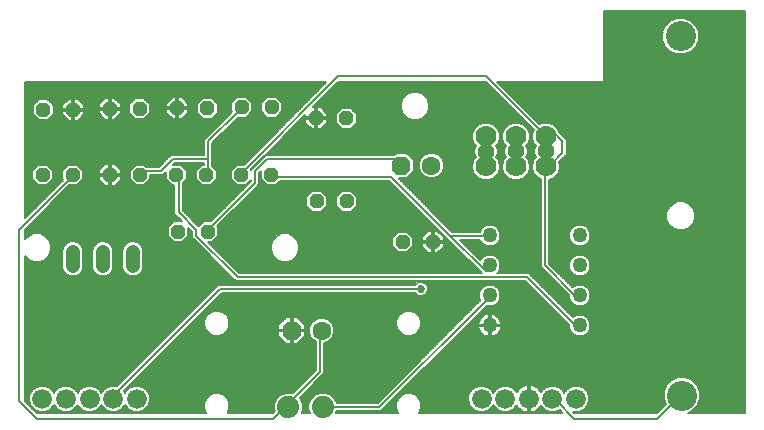
<source format=gbl>
G75*
%MOIN*%
%OFA0B0*%
%FSLAX25Y25*%
%IPPOS*%
%LPD*%
%AMOC8*
5,1,8,0,0,1.08239X$1,22.5*
%
%ADD10OC8,0.06300*%
%ADD11C,0.06300*%
%ADD12OC8,0.04800*%
%ADD13C,0.05000*%
%ADD14C,0.07400*%
%ADD15C,0.04800*%
%ADD16C,0.07000*%
%ADD17C,0.10050*%
%ADD18C,0.06600*%
%ADD19C,0.00600*%
%ADD20C,0.02700*%
%ADD21C,0.05600*%
D10*
X0106394Y0044917D03*
X0142988Y0099878D03*
D11*
X0152988Y0099878D03*
X0116394Y0044917D03*
D12*
X0143382Y0074425D03*
X0153382Y0074425D03*
X0124760Y0088028D03*
X0114760Y0088028D03*
X0099602Y0096768D03*
X0089602Y0096768D03*
X0077969Y0096768D03*
X0067969Y0096768D03*
X0055823Y0096768D03*
X0045823Y0096768D03*
X0033382Y0096768D03*
X0023382Y0096768D03*
X0023579Y0118500D03*
X0033579Y0118500D03*
X0045705Y0118835D03*
X0055705Y0118835D03*
X0068283Y0118972D03*
X0078283Y0118972D03*
X0089720Y0119406D03*
X0099720Y0119406D03*
X0114622Y0115665D03*
X0124622Y0115665D03*
X0078480Y0077870D03*
X0068480Y0077870D03*
D13*
X0172378Y0076610D03*
X0172378Y0066610D03*
X0172378Y0056610D03*
X0172378Y0046610D03*
X0202378Y0046610D03*
X0202378Y0056610D03*
X0202378Y0066610D03*
X0202378Y0076610D03*
D14*
X0116720Y0019465D03*
X0105320Y0019465D03*
D15*
X0053402Y0066435D02*
X0053402Y0071235D01*
X0043402Y0071235D02*
X0043402Y0066435D01*
X0033402Y0066435D02*
X0033402Y0071235D01*
D16*
X0171138Y0099652D03*
X0181138Y0099652D03*
X0191138Y0099652D03*
X0191138Y0109652D03*
X0181138Y0109652D03*
X0171138Y0109652D03*
D17*
X0236059Y0143047D03*
X0236453Y0023205D03*
D18*
X0201197Y0022181D03*
X0193323Y0022181D03*
X0185449Y0022181D03*
X0177575Y0022181D03*
X0169701Y0022181D03*
X0054760Y0022181D03*
X0046886Y0022181D03*
X0039012Y0022181D03*
X0031138Y0022181D03*
X0023264Y0022181D03*
D19*
X0021433Y0015469D02*
X0015528Y0021374D01*
X0015528Y0078461D01*
X0033244Y0096177D01*
X0033382Y0096768D01*
X0036869Y0096693D02*
X0045523Y0096693D01*
X0045523Y0096468D02*
X0042123Y0096468D01*
X0042123Y0095235D01*
X0044290Y0093068D01*
X0045523Y0093068D01*
X0045523Y0096468D01*
X0045523Y0097068D01*
X0045523Y0100468D01*
X0044290Y0100468D01*
X0042123Y0098300D01*
X0042123Y0097068D01*
X0045523Y0097068D01*
X0046123Y0097068D01*
X0046123Y0100468D01*
X0047355Y0100468D01*
X0049523Y0098300D01*
X0049523Y0097068D01*
X0046123Y0097068D01*
X0046123Y0096468D01*
X0049523Y0096468D01*
X0049523Y0095235D01*
X0047355Y0093068D01*
X0046123Y0093068D01*
X0046123Y0096468D01*
X0045523Y0096468D01*
X0045523Y0096095D02*
X0046123Y0096095D01*
X0046123Y0096693D02*
X0052335Y0096693D01*
X0052335Y0096095D02*
X0049523Y0096095D01*
X0049523Y0095496D02*
X0052335Y0095496D01*
X0052335Y0095323D02*
X0054378Y0093280D01*
X0057267Y0093280D01*
X0059310Y0095323D01*
X0059310Y0096758D01*
X0063346Y0096758D01*
X0064481Y0097893D01*
X0064481Y0095323D01*
X0066524Y0093280D01*
X0067290Y0093280D01*
X0067290Y0083791D01*
X0069724Y0081357D01*
X0067036Y0081357D01*
X0064993Y0079315D01*
X0064993Y0076426D01*
X0067036Y0074383D01*
X0069925Y0074383D01*
X0071968Y0076426D01*
X0071968Y0079114D01*
X0073195Y0077886D01*
X0073195Y0075917D01*
X0074008Y0075105D01*
X0086975Y0062138D01*
X0087788Y0061325D01*
X0184244Y0061325D01*
X0198791Y0046779D01*
X0198791Y0045897D01*
X0199337Y0044578D01*
X0200346Y0043569D01*
X0201664Y0043023D01*
X0203092Y0043023D01*
X0204410Y0043569D01*
X0205419Y0044578D01*
X0205965Y0045897D01*
X0205965Y0047324D01*
X0205419Y0048642D01*
X0204410Y0049651D01*
X0203092Y0050198D01*
X0201664Y0050198D01*
X0200346Y0049651D01*
X0200094Y0049400D01*
X0185394Y0064100D01*
X0174941Y0064100D01*
X0175419Y0064578D01*
X0175965Y0065897D01*
X0175965Y0067324D01*
X0175419Y0068642D01*
X0174410Y0069651D01*
X0173092Y0070198D01*
X0171664Y0070198D01*
X0170346Y0069651D01*
X0169337Y0068642D01*
X0169250Y0068433D01*
X0162578Y0075105D01*
X0169119Y0075105D01*
X0169337Y0074578D01*
X0170346Y0073569D01*
X0171664Y0073023D01*
X0173092Y0073023D01*
X0174410Y0073569D01*
X0175419Y0074578D01*
X0175965Y0075897D01*
X0175965Y0077324D01*
X0175419Y0078642D01*
X0174410Y0079651D01*
X0173092Y0080198D01*
X0171664Y0080198D01*
X0170346Y0079651D01*
X0169337Y0078642D01*
X0169021Y0077880D01*
X0159803Y0077880D01*
X0142042Y0095641D01*
X0144743Y0095641D01*
X0147226Y0098123D01*
X0147226Y0101633D01*
X0144743Y0104115D01*
X0141233Y0104115D01*
X0140588Y0103470D01*
X0097630Y0103470D01*
X0096817Y0102657D01*
X0092880Y0098720D01*
X0092880Y0098422D01*
X0092725Y0098577D01*
X0110922Y0116775D01*
X0110922Y0115965D01*
X0114322Y0115965D01*
X0114322Y0115365D01*
X0114922Y0115365D01*
X0114922Y0111965D01*
X0116155Y0111965D01*
X0118322Y0114133D01*
X0118322Y0115365D01*
X0114922Y0115365D01*
X0114922Y0115965D01*
X0118322Y0115965D01*
X0118322Y0117198D01*
X0116155Y0119365D01*
X0114922Y0119365D01*
X0114922Y0115965D01*
X0114322Y0115965D01*
X0114322Y0119365D01*
X0113512Y0119365D01*
X0121820Y0127673D01*
X0171046Y0127673D01*
X0187020Y0111699D01*
X0186550Y0110564D01*
X0186550Y0108739D01*
X0187249Y0107053D01*
X0187752Y0106550D01*
X0187290Y0105435D01*
X0187290Y0103888D01*
X0187758Y0102759D01*
X0187249Y0102250D01*
X0186550Y0100564D01*
X0186550Y0098739D01*
X0187249Y0097053D01*
X0188539Y0095763D01*
X0189337Y0095432D01*
X0189337Y0066075D01*
X0190150Y0065262D01*
X0198791Y0056621D01*
X0198791Y0055897D01*
X0199337Y0054578D01*
X0200346Y0053569D01*
X0201664Y0053023D01*
X0203092Y0053023D01*
X0204410Y0053569D01*
X0205419Y0054578D01*
X0205965Y0055897D01*
X0205965Y0057324D01*
X0205419Y0058642D01*
X0204410Y0059651D01*
X0203092Y0060198D01*
X0201664Y0060198D01*
X0200346Y0059651D01*
X0200015Y0059321D01*
X0192112Y0067224D01*
X0192112Y0095090D01*
X0193736Y0095763D01*
X0195027Y0097053D01*
X0195725Y0098739D01*
X0195725Y0100564D01*
X0195543Y0101003D01*
X0197205Y0102664D01*
X0198017Y0103476D01*
X0198017Y0108563D01*
X0195519Y0111061D01*
X0195027Y0112250D01*
X0193736Y0113541D01*
X0192050Y0114239D01*
X0190225Y0114239D01*
X0188938Y0113706D01*
X0174970Y0127673D01*
X0210409Y0127673D01*
X0210409Y0151295D01*
X0257654Y0151295D01*
X0257654Y0017437D01*
X0238501Y0017437D01*
X0239915Y0018023D01*
X0241635Y0019742D01*
X0242565Y0021989D01*
X0242565Y0024421D01*
X0241635Y0026667D01*
X0239915Y0028387D01*
X0237669Y0029317D01*
X0235237Y0029317D01*
X0232990Y0028387D01*
X0231271Y0026667D01*
X0230340Y0024421D01*
X0230340Y0021989D01*
X0231027Y0020331D01*
X0228132Y0017437D01*
X0200560Y0017437D01*
X0200119Y0017879D01*
X0200324Y0017794D01*
X0202070Y0017794D01*
X0203682Y0018462D01*
X0204916Y0019696D01*
X0205584Y0021308D01*
X0205584Y0023054D01*
X0204916Y0024666D01*
X0203682Y0025901D01*
X0202070Y0026568D01*
X0200324Y0026568D01*
X0198712Y0025901D01*
X0197477Y0024666D01*
X0197260Y0024141D01*
X0197042Y0024666D01*
X0195808Y0025901D01*
X0194196Y0026568D01*
X0192450Y0026568D01*
X0190838Y0025901D01*
X0189603Y0024666D01*
X0189488Y0024387D01*
X0189383Y0024592D01*
X0188957Y0025178D01*
X0188446Y0025690D01*
X0187860Y0026115D01*
X0187215Y0026444D01*
X0186526Y0026668D01*
X0185811Y0026781D01*
X0185749Y0026781D01*
X0185749Y0022481D01*
X0185149Y0022481D01*
X0185149Y0026781D01*
X0185087Y0026781D01*
X0184372Y0026668D01*
X0183683Y0026444D01*
X0183038Y0026115D01*
X0182452Y0025690D01*
X0181940Y0025178D01*
X0181515Y0024592D01*
X0181410Y0024387D01*
X0181294Y0024666D01*
X0180060Y0025901D01*
X0178448Y0026568D01*
X0176702Y0026568D01*
X0175090Y0025901D01*
X0173855Y0024666D01*
X0173638Y0024141D01*
X0173420Y0024666D01*
X0172186Y0025901D01*
X0170573Y0026568D01*
X0168828Y0026568D01*
X0167216Y0025901D01*
X0165981Y0024666D01*
X0165313Y0023054D01*
X0165313Y0021308D01*
X0165981Y0019696D01*
X0167216Y0018462D01*
X0168828Y0017794D01*
X0170573Y0017794D01*
X0172186Y0018462D01*
X0173420Y0019696D01*
X0173638Y0020221D01*
X0173855Y0019696D01*
X0175090Y0018462D01*
X0176702Y0017794D01*
X0178448Y0017794D01*
X0180060Y0018462D01*
X0181294Y0019696D01*
X0181410Y0019975D01*
X0181515Y0019770D01*
X0181940Y0019184D01*
X0182452Y0018672D01*
X0183038Y0018247D01*
X0183683Y0017918D01*
X0184372Y0017694D01*
X0185087Y0017581D01*
X0185149Y0017581D01*
X0185149Y0021881D01*
X0185749Y0021881D01*
X0185749Y0017581D01*
X0185811Y0017581D01*
X0186526Y0017694D01*
X0187215Y0017918D01*
X0187860Y0018247D01*
X0188446Y0018672D01*
X0188957Y0019184D01*
X0189383Y0019770D01*
X0189488Y0019975D01*
X0189603Y0019696D01*
X0190838Y0018462D01*
X0192450Y0017794D01*
X0194196Y0017794D01*
X0195669Y0018404D01*
X0196636Y0017437D01*
X0148973Y0017437D01*
X0148977Y0017442D01*
X0149611Y0018971D01*
X0149611Y0020627D01*
X0148977Y0022157D01*
X0147807Y0023328D01*
X0146277Y0023961D01*
X0144621Y0023961D01*
X0143091Y0023328D01*
X0141920Y0022157D01*
X0141287Y0020627D01*
X0141287Y0018971D01*
X0141920Y0017442D01*
X0141925Y0017437D01*
X0121062Y0017437D01*
X0121302Y0018018D01*
X0136181Y0018018D01*
X0171326Y0053163D01*
X0171664Y0053023D01*
X0173092Y0053023D01*
X0174410Y0053569D01*
X0175419Y0054578D01*
X0175965Y0055897D01*
X0175965Y0057324D01*
X0175419Y0058642D01*
X0174410Y0059651D01*
X0173092Y0060198D01*
X0171664Y0060198D01*
X0170346Y0059651D01*
X0169337Y0058642D01*
X0168791Y0057324D01*
X0168791Y0055897D01*
X0169184Y0054946D01*
X0135032Y0020793D01*
X0121351Y0020793D01*
X0120778Y0022176D01*
X0119432Y0023523D01*
X0117672Y0024252D01*
X0115767Y0024252D01*
X0114008Y0023523D01*
X0112661Y0022176D01*
X0111932Y0020417D01*
X0111932Y0018512D01*
X0112378Y0017437D01*
X0109662Y0017437D01*
X0110107Y0018512D01*
X0110107Y0020417D01*
X0109378Y0022176D01*
X0109111Y0022444D01*
X0117309Y0030642D01*
X0117309Y0040710D01*
X0118794Y0041325D01*
X0119986Y0042517D01*
X0120631Y0044074D01*
X0120631Y0045760D01*
X0119986Y0047318D01*
X0118794Y0048510D01*
X0117237Y0049155D01*
X0115551Y0049155D01*
X0113993Y0048510D01*
X0112801Y0047318D01*
X0112156Y0045760D01*
X0112156Y0044074D01*
X0112801Y0042517D01*
X0113993Y0041325D01*
X0114534Y0041101D01*
X0114534Y0031791D01*
X0106783Y0024040D01*
X0106272Y0024252D01*
X0104367Y0024252D01*
X0102608Y0023523D01*
X0101261Y0022176D01*
X0100532Y0020417D01*
X0100532Y0018512D01*
X0100744Y0018001D01*
X0100180Y0017437D01*
X0084996Y0017437D01*
X0085001Y0017442D01*
X0085635Y0018971D01*
X0085635Y0020627D01*
X0085001Y0022157D01*
X0083830Y0023328D01*
X0082300Y0023961D01*
X0080645Y0023961D01*
X0079115Y0023328D01*
X0077944Y0022157D01*
X0077310Y0020627D01*
X0077310Y0018971D01*
X0077944Y0017442D01*
X0077948Y0017437D01*
X0021427Y0017437D01*
X0017496Y0021368D01*
X0017496Y0069771D01*
X0018741Y0068526D01*
X0020488Y0067802D01*
X0022378Y0067802D01*
X0024125Y0068526D01*
X0025462Y0069863D01*
X0026186Y0071610D01*
X0026186Y0073500D01*
X0025462Y0075247D01*
X0024125Y0076584D01*
X0022378Y0077308D01*
X0020488Y0077308D01*
X0018741Y0076584D01*
X0017496Y0075340D01*
X0017496Y0078467D01*
X0032309Y0093280D01*
X0034826Y0093280D01*
X0036869Y0095323D01*
X0036869Y0098212D01*
X0034826Y0100255D01*
X0031937Y0100255D01*
X0029894Y0098212D01*
X0029894Y0095323D01*
X0030161Y0095056D01*
X0017496Y0082391D01*
X0017496Y0127673D01*
X0117896Y0127673D01*
X0090478Y0100255D01*
X0088158Y0100255D01*
X0086115Y0098212D01*
X0086115Y0095323D01*
X0088158Y0093280D01*
X0091047Y0093280D01*
X0092880Y0095114D01*
X0092880Y0094783D01*
X0079454Y0081357D01*
X0077036Y0081357D01*
X0075342Y0079664D01*
X0075157Y0079848D01*
X0070065Y0084941D01*
X0070065Y0093932D01*
X0071456Y0095323D01*
X0071456Y0098212D01*
X0069413Y0100255D01*
X0066843Y0100255D01*
X0067283Y0100695D01*
X0077132Y0100695D01*
X0077132Y0100255D01*
X0076524Y0100255D01*
X0074481Y0098212D01*
X0074481Y0095323D01*
X0076524Y0093280D01*
X0079413Y0093280D01*
X0081456Y0095323D01*
X0081456Y0098212D01*
X0079907Y0099761D01*
X0079907Y0107413D01*
X0088412Y0115918D01*
X0091165Y0115918D01*
X0093208Y0117961D01*
X0093208Y0120850D01*
X0091165Y0122893D01*
X0088276Y0122893D01*
X0086233Y0120850D01*
X0086233Y0117961D01*
X0086382Y0117812D01*
X0077132Y0108563D01*
X0077132Y0103470D01*
X0066134Y0103470D01*
X0065321Y0102657D01*
X0062197Y0099533D01*
X0057989Y0099533D01*
X0057267Y0100255D01*
X0054378Y0100255D01*
X0052335Y0098212D01*
X0052335Y0095323D01*
X0052761Y0094898D02*
X0049185Y0094898D01*
X0048587Y0094299D02*
X0053360Y0094299D01*
X0053958Y0093701D02*
X0047988Y0093701D01*
X0047390Y0093102D02*
X0067290Y0093102D01*
X0067290Y0092503D02*
X0031532Y0092503D01*
X0030934Y0091905D02*
X0067290Y0091905D01*
X0067290Y0091306D02*
X0030335Y0091306D01*
X0029737Y0090708D02*
X0067290Y0090708D01*
X0067290Y0090109D02*
X0029138Y0090109D01*
X0028540Y0089511D02*
X0067290Y0089511D01*
X0067290Y0088912D02*
X0027941Y0088912D01*
X0027343Y0088314D02*
X0067290Y0088314D01*
X0067290Y0087715D02*
X0026744Y0087715D01*
X0026146Y0087117D02*
X0067290Y0087117D01*
X0067290Y0086518D02*
X0025547Y0086518D01*
X0024949Y0085920D02*
X0067290Y0085920D01*
X0067290Y0085321D02*
X0024350Y0085321D01*
X0023752Y0084723D02*
X0067290Y0084723D01*
X0067290Y0084124D02*
X0023153Y0084124D01*
X0022555Y0083526D02*
X0067555Y0083526D01*
X0068154Y0082927D02*
X0021956Y0082927D01*
X0021358Y0082329D02*
X0068752Y0082329D01*
X0069351Y0081730D02*
X0020759Y0081730D01*
X0020161Y0081132D02*
X0066810Y0081132D01*
X0066212Y0080533D02*
X0019562Y0080533D01*
X0018964Y0079935D02*
X0065613Y0079935D01*
X0065015Y0079336D02*
X0018365Y0079336D01*
X0017767Y0078738D02*
X0064993Y0078738D01*
X0064993Y0078139D02*
X0017496Y0078139D01*
X0017496Y0077541D02*
X0064993Y0077541D01*
X0064993Y0076942D02*
X0023261Y0076942D01*
X0024366Y0076344D02*
X0065075Y0076344D01*
X0065673Y0075745D02*
X0024964Y0075745D01*
X0025504Y0075147D02*
X0066272Y0075147D01*
X0066870Y0074548D02*
X0054515Y0074548D01*
X0054095Y0074722D02*
X0052708Y0074722D01*
X0051426Y0074191D01*
X0050445Y0073210D01*
X0049914Y0071928D01*
X0049914Y0065741D01*
X0050445Y0064459D01*
X0051426Y0063478D01*
X0052708Y0062947D01*
X0054095Y0062947D01*
X0055377Y0063478D01*
X0056358Y0064459D01*
X0056889Y0065741D01*
X0056889Y0071928D01*
X0056358Y0073210D01*
X0055377Y0074191D01*
X0054095Y0074722D01*
X0055618Y0073950D02*
X0075163Y0073950D01*
X0074565Y0074548D02*
X0070090Y0074548D01*
X0070689Y0075147D02*
X0073966Y0075147D01*
X0074008Y0075105D02*
X0074008Y0075105D01*
X0073368Y0075745D02*
X0071287Y0075745D01*
X0071886Y0076344D02*
X0073195Y0076344D01*
X0073195Y0076942D02*
X0071968Y0076942D01*
X0071968Y0077541D02*
X0073195Y0077541D01*
X0072942Y0078139D02*
X0071968Y0078139D01*
X0071968Y0078738D02*
X0072343Y0078738D01*
X0074583Y0078461D02*
X0074583Y0076492D01*
X0088362Y0062713D01*
X0184819Y0062713D01*
X0200567Y0046965D01*
X0202378Y0046610D01*
X0205686Y0045221D02*
X0257654Y0045221D01*
X0257654Y0044623D02*
X0205438Y0044623D01*
X0204865Y0044024D02*
X0257654Y0044024D01*
X0257654Y0043426D02*
X0204064Y0043426D01*
X0205933Y0045820D02*
X0257654Y0045820D01*
X0257654Y0046418D02*
X0205965Y0046418D01*
X0205965Y0047017D02*
X0257654Y0047017D01*
X0257654Y0047615D02*
X0205845Y0047615D01*
X0205597Y0048214D02*
X0257654Y0048214D01*
X0257654Y0048812D02*
X0205249Y0048812D01*
X0204651Y0049411D02*
X0257654Y0049411D01*
X0257654Y0050009D02*
X0203546Y0050009D01*
X0201209Y0050009D02*
X0199484Y0050009D01*
X0198886Y0050608D02*
X0257654Y0050608D01*
X0257654Y0051206D02*
X0198287Y0051206D01*
X0197689Y0051805D02*
X0257654Y0051805D01*
X0257654Y0052403D02*
X0197090Y0052403D01*
X0196492Y0053002D02*
X0257654Y0053002D01*
X0257654Y0053600D02*
X0204441Y0053600D01*
X0205040Y0054199D02*
X0257654Y0054199D01*
X0257654Y0054797D02*
X0205510Y0054797D01*
X0205758Y0055396D02*
X0257654Y0055396D01*
X0257654Y0055994D02*
X0205965Y0055994D01*
X0205965Y0056593D02*
X0257654Y0056593D01*
X0257654Y0057191D02*
X0205965Y0057191D01*
X0205772Y0057790D02*
X0257654Y0057790D01*
X0257654Y0058388D02*
X0205524Y0058388D01*
X0205075Y0058987D02*
X0257654Y0058987D01*
X0257654Y0059585D02*
X0204476Y0059585D01*
X0203125Y0060184D02*
X0257654Y0060184D01*
X0257654Y0060782D02*
X0198554Y0060782D01*
X0199152Y0060184D02*
X0201631Y0060184D01*
X0200280Y0059585D02*
X0199751Y0059585D01*
X0197955Y0061381D02*
X0257654Y0061381D01*
X0257654Y0061979D02*
X0197357Y0061979D01*
X0196758Y0062578D02*
X0257654Y0062578D01*
X0257654Y0063176D02*
X0203462Y0063176D01*
X0203092Y0063023D02*
X0204410Y0063569D01*
X0205419Y0064578D01*
X0205965Y0065897D01*
X0205965Y0067324D01*
X0205419Y0068642D01*
X0204410Y0069651D01*
X0203092Y0070198D01*
X0201664Y0070198D01*
X0200346Y0069651D01*
X0199337Y0068642D01*
X0198791Y0067324D01*
X0198791Y0065897D01*
X0199337Y0064578D01*
X0200346Y0063569D01*
X0201664Y0063023D01*
X0203092Y0063023D01*
X0204616Y0063775D02*
X0257654Y0063775D01*
X0257654Y0064373D02*
X0205215Y0064373D01*
X0205582Y0064972D02*
X0257654Y0064972D01*
X0257654Y0065570D02*
X0205830Y0065570D01*
X0205965Y0066169D02*
X0257654Y0066169D01*
X0257654Y0066768D02*
X0205965Y0066768D01*
X0205948Y0067366D02*
X0257654Y0067366D01*
X0257654Y0067965D02*
X0205700Y0067965D01*
X0205452Y0068563D02*
X0257654Y0068563D01*
X0257654Y0069162D02*
X0204900Y0069162D01*
X0204148Y0069760D02*
X0257654Y0069760D01*
X0257654Y0070359D02*
X0192112Y0070359D01*
X0192112Y0070957D02*
X0257654Y0070957D01*
X0257654Y0071556D02*
X0192112Y0071556D01*
X0192112Y0072154D02*
X0257654Y0072154D01*
X0257654Y0072753D02*
X0192112Y0072753D01*
X0192112Y0073351D02*
X0200872Y0073351D01*
X0200346Y0073569D02*
X0201664Y0073023D01*
X0203092Y0073023D01*
X0204410Y0073569D01*
X0205419Y0074578D01*
X0205965Y0075897D01*
X0205965Y0077324D01*
X0205419Y0078642D01*
X0204410Y0079651D01*
X0203092Y0080198D01*
X0201664Y0080198D01*
X0200346Y0079651D01*
X0199337Y0078642D01*
X0198791Y0077324D01*
X0198791Y0075897D01*
X0199337Y0074578D01*
X0200346Y0073569D01*
X0199965Y0073950D02*
X0192112Y0073950D01*
X0192112Y0074548D02*
X0199367Y0074548D01*
X0199101Y0075147D02*
X0192112Y0075147D01*
X0192112Y0075745D02*
X0198853Y0075745D01*
X0198791Y0076344D02*
X0192112Y0076344D01*
X0192112Y0076942D02*
X0198791Y0076942D01*
X0198880Y0077541D02*
X0192112Y0077541D01*
X0192112Y0078139D02*
X0199128Y0078139D01*
X0199432Y0078738D02*
X0192112Y0078738D01*
X0192112Y0079336D02*
X0200031Y0079336D01*
X0201030Y0079935D02*
X0192112Y0079935D01*
X0192112Y0080533D02*
X0231937Y0080533D01*
X0231990Y0080407D02*
X0233340Y0079057D01*
X0235104Y0078326D01*
X0237014Y0078326D01*
X0238778Y0079057D01*
X0240128Y0080407D01*
X0240859Y0082171D01*
X0240859Y0084081D01*
X0240128Y0085845D01*
X0238778Y0087195D01*
X0237014Y0087926D01*
X0235104Y0087926D01*
X0233340Y0087195D01*
X0231990Y0085845D01*
X0231259Y0084081D01*
X0231259Y0082171D01*
X0231990Y0080407D01*
X0232462Y0079935D02*
X0203726Y0079935D01*
X0204725Y0079336D02*
X0233061Y0079336D01*
X0234110Y0078738D02*
X0205324Y0078738D01*
X0205628Y0078139D02*
X0257654Y0078139D01*
X0257654Y0077541D02*
X0205876Y0077541D01*
X0205965Y0076942D02*
X0257654Y0076942D01*
X0257654Y0076344D02*
X0205965Y0076344D01*
X0205903Y0075745D02*
X0257654Y0075745D01*
X0257654Y0075147D02*
X0205655Y0075147D01*
X0205389Y0074548D02*
X0257654Y0074548D01*
X0257654Y0073950D02*
X0204791Y0073950D01*
X0203884Y0073351D02*
X0257654Y0073351D01*
X0257654Y0078738D02*
X0238008Y0078738D01*
X0239058Y0079336D02*
X0257654Y0079336D01*
X0257654Y0079935D02*
X0239656Y0079935D01*
X0240181Y0080533D02*
X0257654Y0080533D01*
X0257654Y0081132D02*
X0240428Y0081132D01*
X0240676Y0081730D02*
X0257654Y0081730D01*
X0257654Y0082329D02*
X0240859Y0082329D01*
X0240859Y0082927D02*
X0257654Y0082927D01*
X0257654Y0083526D02*
X0240859Y0083526D01*
X0240841Y0084124D02*
X0257654Y0084124D01*
X0257654Y0084723D02*
X0240593Y0084723D01*
X0240345Y0085321D02*
X0257654Y0085321D01*
X0257654Y0085920D02*
X0240053Y0085920D01*
X0239455Y0086518D02*
X0257654Y0086518D01*
X0257654Y0087117D02*
X0238856Y0087117D01*
X0237522Y0087715D02*
X0257654Y0087715D01*
X0257654Y0088314D02*
X0192112Y0088314D01*
X0192112Y0088912D02*
X0257654Y0088912D01*
X0257654Y0089511D02*
X0192112Y0089511D01*
X0192112Y0090109D02*
X0257654Y0090109D01*
X0257654Y0090708D02*
X0192112Y0090708D01*
X0192112Y0091306D02*
X0257654Y0091306D01*
X0257654Y0091905D02*
X0192112Y0091905D01*
X0192112Y0092503D02*
X0257654Y0092503D01*
X0257654Y0093102D02*
X0192112Y0093102D01*
X0192112Y0093701D02*
X0257654Y0093701D01*
X0257654Y0094299D02*
X0192112Y0094299D01*
X0192112Y0094898D02*
X0257654Y0094898D01*
X0257654Y0095496D02*
X0193093Y0095496D01*
X0194068Y0096095D02*
X0257654Y0096095D01*
X0257654Y0096693D02*
X0194667Y0096693D01*
X0195126Y0097292D02*
X0257654Y0097292D01*
X0257654Y0097890D02*
X0195374Y0097890D01*
X0195621Y0098489D02*
X0257654Y0098489D01*
X0257654Y0099087D02*
X0195725Y0099087D01*
X0195725Y0099686D02*
X0257654Y0099686D01*
X0257654Y0100284D02*
X0195725Y0100284D01*
X0195593Y0100883D02*
X0257654Y0100883D01*
X0257654Y0101481D02*
X0196022Y0101481D01*
X0196620Y0102080D02*
X0257654Y0102080D01*
X0257654Y0102678D02*
X0197219Y0102678D01*
X0197818Y0103277D02*
X0257654Y0103277D01*
X0257654Y0103875D02*
X0198017Y0103875D01*
X0198017Y0104474D02*
X0257654Y0104474D01*
X0257654Y0105072D02*
X0198017Y0105072D01*
X0198017Y0105671D02*
X0257654Y0105671D01*
X0257654Y0106269D02*
X0198017Y0106269D01*
X0198017Y0106868D02*
X0257654Y0106868D01*
X0257654Y0107466D02*
X0198017Y0107466D01*
X0198017Y0108065D02*
X0257654Y0108065D01*
X0257654Y0108663D02*
X0197917Y0108663D01*
X0197318Y0109262D02*
X0257654Y0109262D01*
X0257654Y0109860D02*
X0196720Y0109860D01*
X0196121Y0110459D02*
X0257654Y0110459D01*
X0257654Y0111057D02*
X0195523Y0111057D01*
X0195273Y0111656D02*
X0257654Y0111656D01*
X0257654Y0112254D02*
X0195023Y0112254D01*
X0194424Y0112853D02*
X0257654Y0112853D01*
X0257654Y0113451D02*
X0193826Y0113451D01*
X0192507Y0114050D02*
X0257654Y0114050D01*
X0257654Y0114648D02*
X0187995Y0114648D01*
X0188593Y0114050D02*
X0189769Y0114050D01*
X0188756Y0111925D02*
X0191138Y0109652D01*
X0190724Y0109957D01*
X0188756Y0111925D01*
X0192693Y0111925D01*
X0196630Y0107988D01*
X0196630Y0104051D01*
X0192693Y0100114D01*
X0191138Y0099652D01*
X0190724Y0098146D01*
X0190724Y0066650D01*
X0200567Y0056807D01*
X0202378Y0056610D01*
X0198791Y0056593D02*
X0192901Y0056593D01*
X0193499Y0055994D02*
X0198791Y0055994D01*
X0198998Y0055396D02*
X0194098Y0055396D01*
X0194696Y0054797D02*
X0199246Y0054797D01*
X0199716Y0054199D02*
X0195295Y0054199D01*
X0195893Y0053600D02*
X0200315Y0053600D01*
X0198221Y0057191D02*
X0192302Y0057191D01*
X0191704Y0057790D02*
X0197622Y0057790D01*
X0197024Y0058388D02*
X0191105Y0058388D01*
X0190507Y0058987D02*
X0196425Y0058987D01*
X0195827Y0059585D02*
X0189908Y0059585D01*
X0189310Y0060184D02*
X0195228Y0060184D01*
X0194630Y0060782D02*
X0188711Y0060782D01*
X0188113Y0061381D02*
X0194031Y0061381D01*
X0193433Y0061979D02*
X0187514Y0061979D01*
X0186916Y0062578D02*
X0192834Y0062578D01*
X0192235Y0063176D02*
X0186317Y0063176D01*
X0185719Y0063775D02*
X0191637Y0063775D01*
X0191038Y0064373D02*
X0175215Y0064373D01*
X0175582Y0064972D02*
X0190440Y0064972D01*
X0189841Y0065570D02*
X0175830Y0065570D01*
X0175965Y0066169D02*
X0189337Y0066169D01*
X0189337Y0066768D02*
X0175965Y0066768D01*
X0175948Y0067366D02*
X0189337Y0067366D01*
X0189337Y0067965D02*
X0175700Y0067965D01*
X0175452Y0068563D02*
X0189337Y0068563D01*
X0189337Y0069162D02*
X0174900Y0069162D01*
X0174148Y0069760D02*
X0189337Y0069760D01*
X0189337Y0070359D02*
X0167324Y0070359D01*
X0166725Y0070957D02*
X0189337Y0070957D01*
X0189337Y0071556D02*
X0166127Y0071556D01*
X0165528Y0072154D02*
X0189337Y0072154D01*
X0189337Y0072753D02*
X0164930Y0072753D01*
X0164331Y0073351D02*
X0170872Y0073351D01*
X0169965Y0073950D02*
X0163733Y0073950D01*
X0163134Y0074548D02*
X0169367Y0074548D01*
X0171039Y0076492D02*
X0172378Y0076610D01*
X0171039Y0076492D02*
X0159228Y0076492D01*
X0139543Y0096177D01*
X0100173Y0096177D01*
X0099602Y0096768D01*
X0102556Y0094790D02*
X0138969Y0094790D01*
X0157841Y0075917D01*
X0158654Y0075105D01*
X0169658Y0064100D01*
X0088937Y0064100D01*
X0078654Y0074383D01*
X0079925Y0074383D01*
X0081968Y0076426D01*
X0081968Y0079315D01*
X0081652Y0079631D01*
X0094842Y0092821D01*
X0095655Y0093634D01*
X0095655Y0097571D01*
X0096115Y0098031D01*
X0096115Y0095323D01*
X0098158Y0093280D01*
X0101047Y0093280D01*
X0102556Y0094790D01*
X0102066Y0094299D02*
X0139459Y0094299D01*
X0140058Y0093701D02*
X0101467Y0093701D01*
X0097738Y0093701D02*
X0095655Y0093701D01*
X0095655Y0094299D02*
X0097139Y0094299D01*
X0096541Y0094898D02*
X0095655Y0094898D01*
X0095655Y0095496D02*
X0096115Y0095496D01*
X0096115Y0096095D02*
X0095655Y0096095D01*
X0095655Y0096693D02*
X0096115Y0096693D01*
X0096115Y0097292D02*
X0095655Y0097292D01*
X0095974Y0097890D02*
X0096115Y0097890D01*
X0094268Y0098146D02*
X0098205Y0102083D01*
X0141512Y0102083D01*
X0143480Y0100114D01*
X0142988Y0099878D01*
X0145796Y0096693D02*
X0150180Y0096693D01*
X0150588Y0096286D02*
X0152145Y0095641D01*
X0153831Y0095641D01*
X0155388Y0096286D01*
X0156580Y0097478D01*
X0157226Y0099035D01*
X0157226Y0100721D01*
X0156580Y0102278D01*
X0155388Y0103470D01*
X0153831Y0104115D01*
X0152145Y0104115D01*
X0150588Y0103470D01*
X0149396Y0102278D01*
X0148751Y0100721D01*
X0148751Y0099035D01*
X0149396Y0097478D01*
X0150588Y0096286D01*
X0151049Y0096095D02*
X0145197Y0096095D01*
X0146394Y0097292D02*
X0149582Y0097292D01*
X0149225Y0097890D02*
X0146993Y0097890D01*
X0147226Y0098489D02*
X0148977Y0098489D01*
X0148751Y0099087D02*
X0147226Y0099087D01*
X0147226Y0099686D02*
X0148751Y0099686D01*
X0148751Y0100284D02*
X0147226Y0100284D01*
X0147226Y0100883D02*
X0148818Y0100883D01*
X0149066Y0101481D02*
X0147226Y0101481D01*
X0146779Y0102080D02*
X0149314Y0102080D01*
X0149796Y0102678D02*
X0146181Y0102678D01*
X0145582Y0103277D02*
X0150394Y0103277D01*
X0151566Y0103875D02*
X0144984Y0103875D01*
X0140993Y0103875D02*
X0098022Y0103875D01*
X0097437Y0103277D02*
X0097424Y0103277D01*
X0096838Y0102678D02*
X0096825Y0102678D01*
X0096240Y0102080D02*
X0096227Y0102080D01*
X0095641Y0101481D02*
X0095628Y0101481D01*
X0095043Y0100883D02*
X0095030Y0100883D01*
X0094444Y0100284D02*
X0094431Y0100284D01*
X0093846Y0099686D02*
X0093833Y0099686D01*
X0093247Y0099087D02*
X0093234Y0099087D01*
X0092880Y0098489D02*
X0092813Y0098489D01*
X0094268Y0098146D02*
X0094268Y0094209D01*
X0078520Y0078461D01*
X0078480Y0077870D01*
X0081968Y0078139D02*
X0155619Y0078139D01*
X0155499Y0077541D02*
X0156218Y0077541D01*
X0156097Y0076942D02*
X0156816Y0076942D01*
X0156696Y0076344D02*
X0157415Y0076344D01*
X0157082Y0075958D02*
X0157082Y0074725D01*
X0153682Y0074725D01*
X0153682Y0074125D01*
X0153682Y0070725D01*
X0154914Y0070725D01*
X0157082Y0072893D01*
X0157082Y0074125D01*
X0153682Y0074125D01*
X0153082Y0074125D01*
X0153082Y0070725D01*
X0151849Y0070725D01*
X0149682Y0072893D01*
X0149682Y0074125D01*
X0153082Y0074125D01*
X0153082Y0074725D01*
X0149682Y0074725D01*
X0149682Y0075958D01*
X0151849Y0078125D01*
X0153082Y0078125D01*
X0153082Y0074725D01*
X0153682Y0074725D01*
X0153682Y0078125D01*
X0154914Y0078125D01*
X0157082Y0075958D01*
X0157082Y0075745D02*
X0158013Y0075745D01*
X0158612Y0075147D02*
X0157082Y0075147D01*
X0157082Y0073950D02*
X0159809Y0073950D01*
X0159210Y0074548D02*
X0153682Y0074548D01*
X0153682Y0073950D02*
X0153082Y0073950D01*
X0153082Y0074548D02*
X0146869Y0074548D01*
X0146869Y0073950D02*
X0149682Y0073950D01*
X0149682Y0073351D02*
X0146869Y0073351D01*
X0146869Y0072981D02*
X0144826Y0070938D01*
X0141937Y0070938D01*
X0139894Y0072981D01*
X0139894Y0075870D01*
X0141937Y0077913D01*
X0144826Y0077913D01*
X0146869Y0075870D01*
X0146869Y0072981D01*
X0146641Y0072753D02*
X0149822Y0072753D01*
X0150420Y0072154D02*
X0146043Y0072154D01*
X0145444Y0071556D02*
X0151019Y0071556D01*
X0151617Y0070957D02*
X0144846Y0070957D01*
X0141918Y0070957D02*
X0108593Y0070957D01*
X0108841Y0071556D02*
X0141320Y0071556D01*
X0140721Y0072154D02*
X0108863Y0072154D01*
X0108863Y0071610D02*
X0108139Y0069863D01*
X0106802Y0068526D01*
X0105056Y0067802D01*
X0103165Y0067802D01*
X0101418Y0068526D01*
X0100081Y0069863D01*
X0099357Y0071610D01*
X0099357Y0073500D01*
X0100081Y0075247D01*
X0101418Y0076584D01*
X0103165Y0077308D01*
X0105056Y0077308D01*
X0106802Y0076584D01*
X0108139Y0075247D01*
X0108863Y0073500D01*
X0108863Y0071610D01*
X0108863Y0072753D02*
X0140123Y0072753D01*
X0139894Y0073351D02*
X0108863Y0073351D01*
X0108677Y0073950D02*
X0139894Y0073950D01*
X0139894Y0074548D02*
X0108429Y0074548D01*
X0108181Y0075147D02*
X0139894Y0075147D01*
X0139894Y0075745D02*
X0107642Y0075745D01*
X0107043Y0076344D02*
X0140368Y0076344D01*
X0140967Y0076942D02*
X0105938Y0076942D01*
X0102282Y0076942D02*
X0081968Y0076942D01*
X0081968Y0077541D02*
X0141565Y0077541D01*
X0145198Y0077541D02*
X0151265Y0077541D01*
X0150666Y0076942D02*
X0145797Y0076942D01*
X0146395Y0076344D02*
X0150068Y0076344D01*
X0149682Y0075745D02*
X0146869Y0075745D01*
X0146869Y0075147D02*
X0149682Y0075147D01*
X0153082Y0075147D02*
X0153682Y0075147D01*
X0153682Y0075745D02*
X0153082Y0075745D01*
X0153082Y0076344D02*
X0153682Y0076344D01*
X0153682Y0076942D02*
X0153082Y0076942D01*
X0153082Y0077541D02*
X0153682Y0077541D01*
X0155021Y0078738D02*
X0081968Y0078738D01*
X0081946Y0079336D02*
X0154422Y0079336D01*
X0153824Y0079935D02*
X0081956Y0079935D01*
X0082554Y0080533D02*
X0153225Y0080533D01*
X0152627Y0081132D02*
X0083153Y0081132D01*
X0083751Y0081730D02*
X0152028Y0081730D01*
X0151430Y0082329D02*
X0084350Y0082329D01*
X0084948Y0082927D02*
X0150831Y0082927D01*
X0150233Y0083526D02*
X0085547Y0083526D01*
X0086145Y0084124D02*
X0149634Y0084124D01*
X0149036Y0084723D02*
X0126387Y0084723D01*
X0126204Y0084540D02*
X0128247Y0086583D01*
X0128247Y0089472D01*
X0126204Y0091515D01*
X0123315Y0091515D01*
X0121272Y0089472D01*
X0121272Y0086583D01*
X0123315Y0084540D01*
X0126204Y0084540D01*
X0126986Y0085321D02*
X0148437Y0085321D01*
X0147839Y0085920D02*
X0127584Y0085920D01*
X0128183Y0086518D02*
X0147240Y0086518D01*
X0146641Y0087117D02*
X0128247Y0087117D01*
X0128247Y0087715D02*
X0146043Y0087715D01*
X0145444Y0088314D02*
X0128247Y0088314D01*
X0128247Y0088912D02*
X0144846Y0088912D01*
X0144247Y0089511D02*
X0128208Y0089511D01*
X0127610Y0090109D02*
X0143649Y0090109D01*
X0143050Y0090708D02*
X0127011Y0090708D01*
X0126413Y0091306D02*
X0142452Y0091306D01*
X0141853Y0091905D02*
X0093926Y0091905D01*
X0093328Y0091306D02*
X0113107Y0091306D01*
X0113315Y0091515D02*
X0111272Y0089472D01*
X0111272Y0086583D01*
X0113315Y0084540D01*
X0116204Y0084540D01*
X0118247Y0086583D01*
X0118247Y0089472D01*
X0116204Y0091515D01*
X0113315Y0091515D01*
X0112508Y0090708D02*
X0092729Y0090708D01*
X0092131Y0090109D02*
X0111910Y0090109D01*
X0111311Y0089511D02*
X0091532Y0089511D01*
X0090934Y0088912D02*
X0111272Y0088912D01*
X0111272Y0088314D02*
X0090335Y0088314D01*
X0089737Y0087715D02*
X0111272Y0087715D01*
X0111272Y0087117D02*
X0089138Y0087117D01*
X0088540Y0086518D02*
X0111337Y0086518D01*
X0111936Y0085920D02*
X0087941Y0085920D01*
X0087342Y0085321D02*
X0112534Y0085321D01*
X0113133Y0084723D02*
X0086744Y0084723D01*
X0084615Y0086518D02*
X0070065Y0086518D01*
X0070065Y0085920D02*
X0084017Y0085920D01*
X0083418Y0085321D02*
X0070065Y0085321D01*
X0070283Y0084723D02*
X0082820Y0084723D01*
X0082221Y0084124D02*
X0070881Y0084124D01*
X0071480Y0083526D02*
X0081623Y0083526D01*
X0081024Y0082927D02*
X0072078Y0082927D01*
X0072677Y0082329D02*
X0080426Y0082329D01*
X0079827Y0081730D02*
X0073275Y0081730D01*
X0073874Y0081132D02*
X0076810Y0081132D01*
X0076212Y0080533D02*
X0074472Y0080533D01*
X0075071Y0079935D02*
X0075613Y0079935D01*
X0074583Y0078461D02*
X0068677Y0084366D01*
X0068677Y0096177D01*
X0067969Y0096768D01*
X0071456Y0096693D02*
X0074481Y0096693D01*
X0074481Y0096095D02*
X0071456Y0096095D01*
X0071456Y0095496D02*
X0074481Y0095496D01*
X0074907Y0094898D02*
X0071030Y0094898D01*
X0070432Y0094299D02*
X0075505Y0094299D01*
X0076104Y0093701D02*
X0070065Y0093701D01*
X0070065Y0093102D02*
X0091199Y0093102D01*
X0091467Y0093701D02*
X0091797Y0093701D01*
X0092066Y0094299D02*
X0092396Y0094299D01*
X0092664Y0094898D02*
X0092880Y0094898D01*
X0095123Y0093102D02*
X0140656Y0093102D01*
X0141255Y0092503D02*
X0094525Y0092503D01*
X0090600Y0092503D02*
X0070065Y0092503D01*
X0070065Y0091905D02*
X0090002Y0091905D01*
X0089403Y0091306D02*
X0070065Y0091306D01*
X0070065Y0090708D02*
X0088805Y0090708D01*
X0088206Y0090109D02*
X0070065Y0090109D01*
X0070065Y0089511D02*
X0087608Y0089511D01*
X0087009Y0088912D02*
X0070065Y0088912D01*
X0070065Y0088314D02*
X0086411Y0088314D01*
X0085812Y0087715D02*
X0070065Y0087715D01*
X0070065Y0087117D02*
X0085214Y0087117D01*
X0087738Y0093701D02*
X0079833Y0093701D01*
X0080432Y0094299D02*
X0087139Y0094299D01*
X0086541Y0094898D02*
X0081030Y0094898D01*
X0081456Y0095496D02*
X0086115Y0095496D01*
X0086115Y0096095D02*
X0081456Y0096095D01*
X0081456Y0096693D02*
X0086115Y0096693D01*
X0086115Y0097292D02*
X0081456Y0097292D01*
X0081456Y0097890D02*
X0086115Y0097890D01*
X0086391Y0098489D02*
X0081180Y0098489D01*
X0080581Y0099087D02*
X0086990Y0099087D01*
X0087588Y0099686D02*
X0079982Y0099686D01*
X0079907Y0100284D02*
X0090507Y0100284D01*
X0091106Y0100883D02*
X0079907Y0100883D01*
X0079907Y0101481D02*
X0091704Y0101481D01*
X0092303Y0102080D02*
X0079907Y0102080D01*
X0079907Y0102678D02*
X0092901Y0102678D01*
X0093500Y0103277D02*
X0079907Y0103277D01*
X0079907Y0103875D02*
X0094098Y0103875D01*
X0094697Y0104474D02*
X0079907Y0104474D01*
X0079907Y0105072D02*
X0095295Y0105072D01*
X0095894Y0105671D02*
X0079907Y0105671D01*
X0079907Y0106269D02*
X0096492Y0106269D01*
X0097091Y0106868D02*
X0079907Y0106868D01*
X0079960Y0107466D02*
X0097689Y0107466D01*
X0098288Y0108065D02*
X0080558Y0108065D01*
X0081157Y0108663D02*
X0098886Y0108663D01*
X0099485Y0109262D02*
X0081755Y0109262D01*
X0082354Y0109860D02*
X0100083Y0109860D01*
X0100682Y0110459D02*
X0082952Y0110459D01*
X0083551Y0111057D02*
X0101280Y0111057D01*
X0101879Y0111656D02*
X0084149Y0111656D01*
X0084748Y0112254D02*
X0102477Y0112254D01*
X0103076Y0112853D02*
X0085346Y0112853D01*
X0085945Y0113451D02*
X0103674Y0113451D01*
X0104273Y0114050D02*
X0086543Y0114050D01*
X0087142Y0114648D02*
X0104871Y0114648D01*
X0105470Y0115247D02*
X0087741Y0115247D01*
X0088339Y0115845D02*
X0106068Y0115845D01*
X0106667Y0116444D02*
X0101691Y0116444D01*
X0101165Y0115918D02*
X0103208Y0117961D01*
X0103208Y0120850D01*
X0101165Y0122893D01*
X0098276Y0122893D01*
X0096233Y0120850D01*
X0096233Y0117961D01*
X0098276Y0115918D01*
X0101165Y0115918D01*
X0102289Y0117042D02*
X0107265Y0117042D01*
X0107864Y0117641D02*
X0102888Y0117641D01*
X0103208Y0118239D02*
X0108462Y0118239D01*
X0109061Y0118838D02*
X0103208Y0118838D01*
X0103208Y0119437D02*
X0109659Y0119437D01*
X0110258Y0120035D02*
X0103208Y0120035D01*
X0103208Y0120634D02*
X0110856Y0120634D01*
X0111455Y0121232D02*
X0102826Y0121232D01*
X0102227Y0121831D02*
X0112054Y0121831D01*
X0112652Y0122429D02*
X0101629Y0122429D01*
X0097812Y0122429D02*
X0091629Y0122429D01*
X0092227Y0121831D02*
X0097214Y0121831D01*
X0096615Y0121232D02*
X0092826Y0121232D01*
X0093208Y0120634D02*
X0096233Y0120634D01*
X0096233Y0120035D02*
X0093208Y0120035D01*
X0093208Y0119437D02*
X0096233Y0119437D01*
X0096233Y0118838D02*
X0093208Y0118838D01*
X0093208Y0118239D02*
X0096233Y0118239D01*
X0096553Y0117641D02*
X0092888Y0117641D01*
X0092289Y0117042D02*
X0097152Y0117042D01*
X0097750Y0116444D02*
X0091691Y0116444D01*
X0089720Y0119406D02*
X0088362Y0117831D01*
X0078520Y0107988D01*
X0078520Y0102083D01*
X0066709Y0102083D01*
X0062772Y0098146D01*
X0056866Y0098146D01*
X0055823Y0096768D01*
X0059310Y0096693D02*
X0064481Y0096693D01*
X0064481Y0096095D02*
X0059310Y0096095D01*
X0059310Y0095496D02*
X0064481Y0095496D01*
X0064907Y0094898D02*
X0058885Y0094898D01*
X0058286Y0094299D02*
X0065505Y0094299D01*
X0066104Y0093701D02*
X0057688Y0093701D01*
X0052335Y0097292D02*
X0049523Y0097292D01*
X0049523Y0097890D02*
X0052335Y0097890D01*
X0052612Y0098489D02*
X0049335Y0098489D01*
X0048736Y0099087D02*
X0053210Y0099087D01*
X0053809Y0099686D02*
X0048137Y0099686D01*
X0047539Y0100284D02*
X0062948Y0100284D01*
X0062350Y0099686D02*
X0057837Y0099686D01*
X0063547Y0100883D02*
X0017496Y0100883D01*
X0017496Y0101481D02*
X0064145Y0101481D01*
X0064744Y0102080D02*
X0017496Y0102080D01*
X0017496Y0102678D02*
X0065342Y0102678D01*
X0065941Y0103277D02*
X0017496Y0103277D01*
X0017496Y0103875D02*
X0077132Y0103875D01*
X0077132Y0104474D02*
X0017496Y0104474D01*
X0017496Y0105072D02*
X0077132Y0105072D01*
X0077132Y0105671D02*
X0017496Y0105671D01*
X0017496Y0106269D02*
X0077132Y0106269D01*
X0077132Y0106868D02*
X0017496Y0106868D01*
X0017496Y0107466D02*
X0077132Y0107466D01*
X0077132Y0108065D02*
X0017496Y0108065D01*
X0017496Y0108663D02*
X0077233Y0108663D01*
X0077831Y0109262D02*
X0017496Y0109262D01*
X0017496Y0109860D02*
X0078430Y0109860D01*
X0079028Y0110459D02*
X0017496Y0110459D01*
X0017496Y0111057D02*
X0079627Y0111057D01*
X0080225Y0111656D02*
X0017496Y0111656D01*
X0017496Y0112254D02*
X0080824Y0112254D01*
X0081422Y0112853D02*
X0017496Y0112853D01*
X0017496Y0113451D02*
X0082021Y0113451D01*
X0082619Y0114050D02*
X0017496Y0114050D01*
X0017496Y0114648D02*
X0083218Y0114648D01*
X0083816Y0115247D02*
X0047350Y0115247D01*
X0047237Y0115135D02*
X0049405Y0117302D01*
X0049405Y0118535D01*
X0046005Y0118535D01*
X0046005Y0119135D01*
X0045405Y0119135D01*
X0045405Y0122535D01*
X0044172Y0122535D01*
X0042005Y0120367D01*
X0042005Y0119135D01*
X0045405Y0119135D01*
X0045405Y0118535D01*
X0042005Y0118535D01*
X0042005Y0117302D01*
X0044172Y0115135D01*
X0045405Y0115135D01*
X0045405Y0118535D01*
X0046005Y0118535D01*
X0046005Y0115135D01*
X0047237Y0115135D01*
X0047948Y0115845D02*
X0053762Y0115845D01*
X0054260Y0115347D02*
X0057149Y0115347D01*
X0059192Y0117390D01*
X0059192Y0120279D01*
X0057149Y0122322D01*
X0054260Y0122322D01*
X0052217Y0120279D01*
X0052217Y0117390D01*
X0054260Y0115347D01*
X0053163Y0116444D02*
X0048547Y0116444D01*
X0049145Y0117042D02*
X0052565Y0117042D01*
X0052217Y0117641D02*
X0049405Y0117641D01*
X0049405Y0118239D02*
X0052217Y0118239D01*
X0052217Y0118838D02*
X0046005Y0118838D01*
X0046005Y0119135D02*
X0049405Y0119135D01*
X0049405Y0120367D01*
X0047237Y0122535D01*
X0046005Y0122535D01*
X0046005Y0119135D01*
X0046005Y0119437D02*
X0045405Y0119437D01*
X0045405Y0120035D02*
X0046005Y0120035D01*
X0046005Y0120634D02*
X0045405Y0120634D01*
X0045405Y0121232D02*
X0046005Y0121232D01*
X0046005Y0121831D02*
X0045405Y0121831D01*
X0045405Y0122429D02*
X0046005Y0122429D01*
X0047343Y0122429D02*
X0066508Y0122429D01*
X0066751Y0122672D02*
X0064583Y0120505D01*
X0064583Y0119272D01*
X0067983Y0119272D01*
X0067983Y0118672D01*
X0064583Y0118672D01*
X0064583Y0117440D01*
X0066751Y0115272D01*
X0067983Y0115272D01*
X0067983Y0118672D01*
X0068583Y0118672D01*
X0068583Y0115272D01*
X0069816Y0115272D01*
X0071983Y0117440D01*
X0071983Y0118672D01*
X0068584Y0118672D01*
X0068584Y0119272D01*
X0071983Y0119272D01*
X0071983Y0120505D01*
X0069816Y0122672D01*
X0068583Y0122672D01*
X0068583Y0119272D01*
X0067983Y0119272D01*
X0067983Y0122672D01*
X0066751Y0122672D01*
X0065909Y0121831D02*
X0057641Y0121831D01*
X0058239Y0121232D02*
X0065310Y0121232D01*
X0064712Y0120634D02*
X0058838Y0120634D01*
X0059192Y0120035D02*
X0064583Y0120035D01*
X0064583Y0119437D02*
X0059192Y0119437D01*
X0059192Y0118838D02*
X0067983Y0118838D01*
X0067983Y0119437D02*
X0068583Y0119437D01*
X0068583Y0120035D02*
X0067983Y0120035D01*
X0067983Y0120634D02*
X0068583Y0120634D01*
X0068583Y0121232D02*
X0067983Y0121232D01*
X0067983Y0121831D02*
X0068583Y0121831D01*
X0068583Y0122429D02*
X0067983Y0122429D01*
X0070059Y0122429D02*
X0076808Y0122429D01*
X0076839Y0122460D02*
X0074796Y0120417D01*
X0074796Y0117528D01*
X0076839Y0115485D01*
X0079728Y0115485D01*
X0081771Y0117528D01*
X0081771Y0120417D01*
X0079728Y0122460D01*
X0076839Y0122460D01*
X0076210Y0121831D02*
X0070658Y0121831D01*
X0071256Y0121232D02*
X0075611Y0121232D01*
X0075013Y0120634D02*
X0071855Y0120634D01*
X0071983Y0120035D02*
X0074796Y0120035D01*
X0074796Y0119437D02*
X0071983Y0119437D01*
X0071983Y0118239D02*
X0074796Y0118239D01*
X0074796Y0117641D02*
X0071983Y0117641D01*
X0071586Y0117042D02*
X0075282Y0117042D01*
X0075880Y0116444D02*
X0070988Y0116444D01*
X0070389Y0115845D02*
X0076479Y0115845D01*
X0074796Y0118838D02*
X0068584Y0118838D01*
X0068583Y0118239D02*
X0067983Y0118239D01*
X0067983Y0117641D02*
X0068583Y0117641D01*
X0068583Y0117042D02*
X0067983Y0117042D01*
X0067983Y0116444D02*
X0068583Y0116444D01*
X0068583Y0115845D02*
X0067983Y0115845D01*
X0066178Y0115845D02*
X0057647Y0115845D01*
X0058246Y0116444D02*
X0065579Y0116444D01*
X0064981Y0117042D02*
X0058844Y0117042D01*
X0059192Y0117641D02*
X0064583Y0117641D01*
X0064583Y0118239D02*
X0059192Y0118239D01*
X0053769Y0121831D02*
X0047941Y0121831D01*
X0048540Y0121232D02*
X0053170Y0121232D01*
X0052572Y0120634D02*
X0049138Y0120634D01*
X0049405Y0120035D02*
X0052217Y0120035D01*
X0052217Y0119437D02*
X0049405Y0119437D01*
X0046005Y0118239D02*
X0045405Y0118239D01*
X0045405Y0117641D02*
X0046005Y0117641D01*
X0046005Y0117042D02*
X0045405Y0117042D01*
X0045405Y0116444D02*
X0046005Y0116444D01*
X0046005Y0115845D02*
X0045405Y0115845D01*
X0045405Y0115247D02*
X0046005Y0115247D01*
X0044060Y0115247D02*
X0035558Y0115247D01*
X0035111Y0114800D02*
X0037279Y0116967D01*
X0037279Y0118200D01*
X0033879Y0118200D01*
X0033879Y0118800D01*
X0037279Y0118800D01*
X0037279Y0120033D01*
X0035111Y0122200D01*
X0033879Y0122200D01*
X0033879Y0118800D01*
X0033279Y0118800D01*
X0033279Y0122200D01*
X0032046Y0122200D01*
X0029879Y0120033D01*
X0029879Y0118800D01*
X0033279Y0118800D01*
X0033279Y0118200D01*
X0033879Y0118200D01*
X0033879Y0114800D01*
X0035111Y0114800D01*
X0033879Y0115247D02*
X0033279Y0115247D01*
X0033279Y0114800D02*
X0033279Y0118200D01*
X0029879Y0118200D01*
X0029879Y0116967D01*
X0032046Y0114800D01*
X0033279Y0114800D01*
X0033279Y0115845D02*
X0033879Y0115845D01*
X0033879Y0116444D02*
X0033279Y0116444D01*
X0033279Y0117042D02*
X0033879Y0117042D01*
X0033879Y0117641D02*
X0033279Y0117641D01*
X0033279Y0118239D02*
X0027066Y0118239D01*
X0027066Y0117641D02*
X0029879Y0117641D01*
X0029879Y0117042D02*
X0027053Y0117042D01*
X0027066Y0117055D02*
X0025023Y0115013D01*
X0022134Y0115013D01*
X0020091Y0117055D01*
X0020091Y0119945D01*
X0022134Y0121987D01*
X0025023Y0121987D01*
X0027066Y0119945D01*
X0027066Y0117055D01*
X0026455Y0116444D02*
X0030402Y0116444D01*
X0031001Y0115845D02*
X0025856Y0115845D01*
X0025258Y0115247D02*
X0031599Y0115247D01*
X0033879Y0118239D02*
X0042005Y0118239D01*
X0042005Y0117641D02*
X0037279Y0117641D01*
X0037279Y0117042D02*
X0042264Y0117042D01*
X0042863Y0116444D02*
X0036755Y0116444D01*
X0036157Y0115845D02*
X0043461Y0115845D01*
X0045405Y0118838D02*
X0037279Y0118838D01*
X0037279Y0119437D02*
X0042005Y0119437D01*
X0042005Y0120035D02*
X0037276Y0120035D01*
X0036678Y0120634D02*
X0042271Y0120634D01*
X0042870Y0121232D02*
X0036079Y0121232D01*
X0035481Y0121831D02*
X0043468Y0121831D01*
X0044067Y0122429D02*
X0017496Y0122429D01*
X0017496Y0121831D02*
X0021977Y0121831D01*
X0021379Y0121232D02*
X0017496Y0121232D01*
X0017496Y0120634D02*
X0020780Y0120634D01*
X0020182Y0120035D02*
X0017496Y0120035D01*
X0017496Y0119437D02*
X0020091Y0119437D01*
X0020091Y0118838D02*
X0017496Y0118838D01*
X0017496Y0118239D02*
X0020091Y0118239D01*
X0020091Y0117641D02*
X0017496Y0117641D01*
X0017496Y0117042D02*
X0020104Y0117042D01*
X0020703Y0116444D02*
X0017496Y0116444D01*
X0017496Y0115845D02*
X0021301Y0115845D01*
X0021900Y0115247D02*
X0017496Y0115247D01*
X0025180Y0121831D02*
X0031677Y0121831D01*
X0031078Y0121232D02*
X0025779Y0121232D01*
X0026377Y0120634D02*
X0030480Y0120634D01*
X0029881Y0120035D02*
X0026976Y0120035D01*
X0027066Y0119437D02*
X0029879Y0119437D01*
X0029879Y0118838D02*
X0027066Y0118838D01*
X0033279Y0118838D02*
X0033879Y0118838D01*
X0033879Y0119437D02*
X0033279Y0119437D01*
X0033279Y0120035D02*
X0033879Y0120035D01*
X0033879Y0120634D02*
X0033279Y0120634D01*
X0033279Y0121232D02*
X0033879Y0121232D01*
X0033879Y0121831D02*
X0033279Y0121831D01*
X0017496Y0123028D02*
X0113251Y0123028D01*
X0113849Y0123626D02*
X0017496Y0123626D01*
X0017496Y0124225D02*
X0114448Y0124225D01*
X0115046Y0124823D02*
X0017496Y0124823D01*
X0017496Y0125422D02*
X0115645Y0125422D01*
X0116243Y0126020D02*
X0017496Y0126020D01*
X0017496Y0126619D02*
X0116842Y0126619D01*
X0117440Y0127217D02*
X0017496Y0127217D01*
X0017496Y0100284D02*
X0044107Y0100284D01*
X0043508Y0099686D02*
X0035396Y0099686D01*
X0035994Y0099087D02*
X0042910Y0099087D01*
X0042311Y0098489D02*
X0036593Y0098489D01*
X0036869Y0097890D02*
X0042123Y0097890D01*
X0042123Y0097292D02*
X0036869Y0097292D01*
X0036869Y0096095D02*
X0042123Y0096095D01*
X0042123Y0095496D02*
X0036869Y0095496D01*
X0036444Y0094898D02*
X0042460Y0094898D01*
X0043059Y0094299D02*
X0035845Y0094299D01*
X0035247Y0093701D02*
X0043657Y0093701D01*
X0044256Y0093102D02*
X0032131Y0093102D01*
X0030002Y0094898D02*
X0026444Y0094898D01*
X0026869Y0095323D02*
X0024826Y0093280D01*
X0021937Y0093280D01*
X0019894Y0095323D01*
X0019894Y0098212D01*
X0021937Y0100255D01*
X0024826Y0100255D01*
X0026869Y0098212D01*
X0026869Y0095323D01*
X0026869Y0095496D02*
X0029894Y0095496D01*
X0029894Y0096095D02*
X0026869Y0096095D01*
X0026869Y0096693D02*
X0029894Y0096693D01*
X0029894Y0097292D02*
X0026869Y0097292D01*
X0026869Y0097890D02*
X0029894Y0097890D01*
X0030171Y0098489D02*
X0026593Y0098489D01*
X0025994Y0099087D02*
X0030769Y0099087D01*
X0031368Y0099686D02*
X0025396Y0099686D01*
X0021368Y0099686D02*
X0017496Y0099686D01*
X0017496Y0099087D02*
X0020769Y0099087D01*
X0020171Y0098489D02*
X0017496Y0098489D01*
X0017496Y0097890D02*
X0019894Y0097890D01*
X0019894Y0097292D02*
X0017496Y0097292D01*
X0017496Y0096693D02*
X0019894Y0096693D01*
X0019894Y0096095D02*
X0017496Y0096095D01*
X0017496Y0095496D02*
X0019894Y0095496D01*
X0020320Y0094898D02*
X0017496Y0094898D01*
X0017496Y0094299D02*
X0020919Y0094299D01*
X0021517Y0093701D02*
X0017496Y0093701D01*
X0017496Y0093102D02*
X0028207Y0093102D01*
X0028805Y0093701D02*
X0025247Y0093701D01*
X0025845Y0094299D02*
X0029404Y0094299D01*
X0027608Y0092503D02*
X0017496Y0092503D01*
X0017496Y0091905D02*
X0027010Y0091905D01*
X0026411Y0091306D02*
X0017496Y0091306D01*
X0017496Y0090708D02*
X0025813Y0090708D01*
X0025214Y0090109D02*
X0017496Y0090109D01*
X0017496Y0089511D02*
X0024616Y0089511D01*
X0024017Y0088912D02*
X0017496Y0088912D01*
X0017496Y0088314D02*
X0023419Y0088314D01*
X0022820Y0087715D02*
X0017496Y0087715D01*
X0017496Y0087117D02*
X0022222Y0087117D01*
X0021623Y0086518D02*
X0017496Y0086518D01*
X0017496Y0085920D02*
X0021025Y0085920D01*
X0020426Y0085321D02*
X0017496Y0085321D01*
X0017496Y0084723D02*
X0019828Y0084723D01*
X0019229Y0084124D02*
X0017496Y0084124D01*
X0017496Y0083526D02*
X0018631Y0083526D01*
X0018032Y0082927D02*
X0017496Y0082927D01*
X0017496Y0076942D02*
X0019605Y0076942D01*
X0018500Y0076344D02*
X0017496Y0076344D01*
X0017496Y0075745D02*
X0017902Y0075745D01*
X0017496Y0069760D02*
X0017507Y0069760D01*
X0017496Y0069162D02*
X0018105Y0069162D01*
X0018704Y0068563D02*
X0017496Y0068563D01*
X0017496Y0067965D02*
X0020096Y0067965D01*
X0017496Y0067366D02*
X0029914Y0067366D01*
X0029914Y0066768D02*
X0017496Y0066768D01*
X0017496Y0066169D02*
X0029914Y0066169D01*
X0029914Y0065741D02*
X0030445Y0064459D01*
X0031426Y0063478D01*
X0032708Y0062947D01*
X0034095Y0062947D01*
X0035377Y0063478D01*
X0036358Y0064459D01*
X0036889Y0065741D01*
X0036889Y0071928D01*
X0036358Y0073210D01*
X0035377Y0074191D01*
X0034095Y0074722D01*
X0032708Y0074722D01*
X0031426Y0074191D01*
X0030445Y0073210D01*
X0029914Y0071928D01*
X0029914Y0065741D01*
X0029985Y0065570D02*
X0017496Y0065570D01*
X0017496Y0064972D02*
X0030233Y0064972D01*
X0030531Y0064373D02*
X0017496Y0064373D01*
X0017496Y0063775D02*
X0031129Y0063775D01*
X0032155Y0063176D02*
X0017496Y0063176D01*
X0017496Y0062578D02*
X0086535Y0062578D01*
X0086975Y0062138D02*
X0086975Y0062138D01*
X0087133Y0061979D02*
X0017496Y0061979D01*
X0017496Y0061381D02*
X0087732Y0061381D01*
X0085936Y0063176D02*
X0054649Y0063176D01*
X0055674Y0063775D02*
X0085338Y0063775D01*
X0084739Y0064373D02*
X0056272Y0064373D01*
X0056570Y0064972D02*
X0084141Y0064972D01*
X0083542Y0065570D02*
X0056818Y0065570D01*
X0056889Y0066169D02*
X0082944Y0066169D01*
X0082345Y0066768D02*
X0056889Y0066768D01*
X0056889Y0067366D02*
X0081747Y0067366D01*
X0081148Y0067965D02*
X0056889Y0067965D01*
X0056889Y0068563D02*
X0080550Y0068563D01*
X0079951Y0069162D02*
X0056889Y0069162D01*
X0056889Y0069760D02*
X0079353Y0069760D01*
X0078754Y0070359D02*
X0056889Y0070359D01*
X0056889Y0070957D02*
X0078156Y0070957D01*
X0077557Y0071556D02*
X0056889Y0071556D01*
X0056795Y0072154D02*
X0076959Y0072154D01*
X0076360Y0072753D02*
X0056548Y0072753D01*
X0056217Y0073351D02*
X0075762Y0073351D01*
X0079087Y0073950D02*
X0099544Y0073950D01*
X0099357Y0073351D02*
X0079686Y0073351D01*
X0080284Y0072753D02*
X0099357Y0072753D01*
X0099357Y0072154D02*
X0080883Y0072154D01*
X0081481Y0071556D02*
X0099380Y0071556D01*
X0099628Y0070957D02*
X0082080Y0070957D01*
X0082678Y0070359D02*
X0099876Y0070359D01*
X0100184Y0069760D02*
X0083277Y0069760D01*
X0083875Y0069162D02*
X0100782Y0069162D01*
X0101381Y0068563D02*
X0084474Y0068563D01*
X0085072Y0067965D02*
X0102773Y0067965D01*
X0105447Y0067965D02*
X0165794Y0067965D01*
X0165195Y0068563D02*
X0106840Y0068563D01*
X0107438Y0069162D02*
X0164597Y0069162D01*
X0163998Y0069760D02*
X0108037Y0069760D01*
X0108345Y0070359D02*
X0163400Y0070359D01*
X0162801Y0070957D02*
X0155146Y0070957D01*
X0155745Y0071556D02*
X0162203Y0071556D01*
X0161604Y0072154D02*
X0156343Y0072154D01*
X0156942Y0072753D02*
X0161006Y0072753D01*
X0160407Y0073351D02*
X0157082Y0073351D01*
X0153682Y0073351D02*
X0153082Y0073351D01*
X0153082Y0072753D02*
X0153682Y0072753D01*
X0153682Y0072154D02*
X0153082Y0072154D01*
X0153082Y0071556D02*
X0153682Y0071556D01*
X0153682Y0070957D02*
X0153082Y0070957D01*
X0159228Y0076492D02*
X0171039Y0064681D01*
X0172378Y0066610D01*
X0169385Y0064373D02*
X0088663Y0064373D01*
X0088065Y0064972D02*
X0168786Y0064972D01*
X0168188Y0065570D02*
X0087466Y0065570D01*
X0086868Y0066169D02*
X0167589Y0066169D01*
X0166991Y0066768D02*
X0086269Y0066768D01*
X0085671Y0067366D02*
X0166392Y0067366D01*
X0168521Y0069162D02*
X0169856Y0069162D01*
X0169304Y0068563D02*
X0169120Y0068563D01*
X0167922Y0069760D02*
X0170608Y0069760D01*
X0173884Y0073351D02*
X0189337Y0073351D01*
X0189337Y0073950D02*
X0174791Y0073950D01*
X0175389Y0074548D02*
X0189337Y0074548D01*
X0189337Y0075147D02*
X0175655Y0075147D01*
X0175903Y0075745D02*
X0189337Y0075745D01*
X0189337Y0076344D02*
X0175965Y0076344D01*
X0175965Y0076942D02*
X0189337Y0076942D01*
X0189337Y0077541D02*
X0175876Y0077541D01*
X0175628Y0078139D02*
X0189337Y0078139D01*
X0189337Y0078738D02*
X0175324Y0078738D01*
X0174725Y0079336D02*
X0189337Y0079336D01*
X0189337Y0079935D02*
X0173726Y0079935D01*
X0171030Y0079935D02*
X0157748Y0079935D01*
X0157149Y0080533D02*
X0189337Y0080533D01*
X0189337Y0081132D02*
X0156551Y0081132D01*
X0155952Y0081730D02*
X0189337Y0081730D01*
X0189337Y0082329D02*
X0155354Y0082329D01*
X0154755Y0082927D02*
X0189337Y0082927D01*
X0189337Y0083526D02*
X0154157Y0083526D01*
X0153558Y0084124D02*
X0189337Y0084124D01*
X0189337Y0084723D02*
X0152960Y0084723D01*
X0152361Y0085321D02*
X0189337Y0085321D01*
X0189337Y0085920D02*
X0151763Y0085920D01*
X0151164Y0086518D02*
X0189337Y0086518D01*
X0189337Y0087117D02*
X0150566Y0087117D01*
X0149967Y0087715D02*
X0189337Y0087715D01*
X0189337Y0088314D02*
X0149369Y0088314D01*
X0148770Y0088912D02*
X0189337Y0088912D01*
X0189337Y0089511D02*
X0148172Y0089511D01*
X0147573Y0090109D02*
X0189337Y0090109D01*
X0189337Y0090708D02*
X0146975Y0090708D01*
X0146376Y0091306D02*
X0189337Y0091306D01*
X0189337Y0091905D02*
X0145778Y0091905D01*
X0145179Y0092503D02*
X0189337Y0092503D01*
X0189337Y0093102D02*
X0144581Y0093102D01*
X0143982Y0093701D02*
X0189337Y0093701D01*
X0189337Y0094299D02*
X0143384Y0094299D01*
X0142785Y0094898D02*
X0189337Y0094898D01*
X0189183Y0095496D02*
X0183093Y0095496D01*
X0183736Y0095763D02*
X0185027Y0097053D01*
X0185725Y0098739D01*
X0185725Y0100564D01*
X0185027Y0102250D01*
X0184546Y0102731D01*
X0185025Y0103888D01*
X0185025Y0105435D01*
X0184552Y0106578D01*
X0185027Y0107053D01*
X0185725Y0108739D01*
X0185725Y0110564D01*
X0185027Y0112250D01*
X0183736Y0113541D01*
X0182050Y0114239D01*
X0180225Y0114239D01*
X0178539Y0113541D01*
X0177249Y0112250D01*
X0176550Y0110564D01*
X0176550Y0108739D01*
X0177249Y0107053D01*
X0177724Y0106578D01*
X0177250Y0105435D01*
X0177250Y0103888D01*
X0177730Y0102731D01*
X0177249Y0102250D01*
X0176550Y0100564D01*
X0176550Y0098739D01*
X0177249Y0097053D01*
X0178539Y0095763D01*
X0180225Y0095064D01*
X0182050Y0095064D01*
X0183736Y0095763D01*
X0184068Y0096095D02*
X0188207Y0096095D01*
X0187609Y0096693D02*
X0184667Y0096693D01*
X0185126Y0097292D02*
X0187150Y0097292D01*
X0186902Y0097890D02*
X0185374Y0097890D01*
X0185621Y0098489D02*
X0186654Y0098489D01*
X0186550Y0099087D02*
X0185725Y0099087D01*
X0185725Y0099686D02*
X0186550Y0099686D01*
X0186550Y0100284D02*
X0185725Y0100284D01*
X0185593Y0100883D02*
X0186682Y0100883D01*
X0186930Y0101481D02*
X0185345Y0101481D01*
X0185097Y0102080D02*
X0187178Y0102080D01*
X0187677Y0102678D02*
X0184599Y0102678D01*
X0184772Y0103277D02*
X0187543Y0103277D01*
X0187295Y0103875D02*
X0185020Y0103875D01*
X0185025Y0104474D02*
X0187290Y0104474D01*
X0187290Y0105072D02*
X0185025Y0105072D01*
X0184927Y0105671D02*
X0187388Y0105671D01*
X0187635Y0106269D02*
X0184679Y0106269D01*
X0184842Y0106868D02*
X0187434Y0106868D01*
X0187078Y0107466D02*
X0185198Y0107466D01*
X0185446Y0108065D02*
X0186830Y0108065D01*
X0186582Y0108663D02*
X0185694Y0108663D01*
X0185725Y0109262D02*
X0186550Y0109262D01*
X0186550Y0109860D02*
X0185725Y0109860D01*
X0185725Y0110459D02*
X0186550Y0110459D01*
X0186755Y0111057D02*
X0185521Y0111057D01*
X0185273Y0111656D02*
X0187003Y0111656D01*
X0186465Y0112254D02*
X0185023Y0112254D01*
X0184424Y0112853D02*
X0185866Y0112853D01*
X0185268Y0113451D02*
X0183826Y0113451D01*
X0184669Y0114050D02*
X0182507Y0114050D01*
X0183472Y0115247D02*
X0148847Y0115247D01*
X0148363Y0115046D02*
X0150110Y0115770D01*
X0151447Y0117107D01*
X0152170Y0118854D01*
X0152170Y0120745D01*
X0151447Y0122491D01*
X0150110Y0123828D01*
X0148363Y0124552D01*
X0146472Y0124552D01*
X0144725Y0123828D01*
X0143388Y0122491D01*
X0142665Y0120745D01*
X0142665Y0118854D01*
X0143388Y0117107D01*
X0144725Y0115770D01*
X0146472Y0115046D01*
X0148363Y0115046D01*
X0150185Y0115845D02*
X0182874Y0115845D01*
X0182275Y0116444D02*
X0150783Y0116444D01*
X0151382Y0117042D02*
X0181677Y0117042D01*
X0181078Y0117641D02*
X0151668Y0117641D01*
X0151916Y0118239D02*
X0180480Y0118239D01*
X0179881Y0118838D02*
X0152163Y0118838D01*
X0152170Y0119437D02*
X0179283Y0119437D01*
X0178684Y0120035D02*
X0152170Y0120035D01*
X0152170Y0120634D02*
X0178085Y0120634D01*
X0177487Y0121232D02*
X0151968Y0121232D01*
X0151720Y0121831D02*
X0176888Y0121831D01*
X0176290Y0122429D02*
X0151472Y0122429D01*
X0150910Y0123028D02*
X0175691Y0123028D01*
X0175093Y0123626D02*
X0150312Y0123626D01*
X0149153Y0124225D02*
X0174494Y0124225D01*
X0173896Y0124823D02*
X0118970Y0124823D01*
X0118372Y0124225D02*
X0145682Y0124225D01*
X0144523Y0123626D02*
X0117773Y0123626D01*
X0117175Y0123028D02*
X0143924Y0123028D01*
X0143362Y0122429D02*
X0116576Y0122429D01*
X0115978Y0121831D02*
X0143114Y0121831D01*
X0142866Y0121232D02*
X0115379Y0121232D01*
X0114781Y0120634D02*
X0142665Y0120634D01*
X0142665Y0120035D02*
X0114182Y0120035D01*
X0113584Y0119437D02*
X0142665Y0119437D01*
X0142671Y0118838D02*
X0126381Y0118838D01*
X0126067Y0119153D02*
X0123178Y0119153D01*
X0121135Y0117110D01*
X0121135Y0114221D01*
X0123178Y0112178D01*
X0126067Y0112178D01*
X0128109Y0114221D01*
X0128109Y0117110D01*
X0126067Y0119153D01*
X0126980Y0118239D02*
X0142919Y0118239D01*
X0143167Y0117641D02*
X0127578Y0117641D01*
X0128109Y0117042D02*
X0143453Y0117042D01*
X0144051Y0116444D02*
X0128109Y0116444D01*
X0128109Y0115845D02*
X0144650Y0115845D01*
X0145988Y0115247D02*
X0128109Y0115247D01*
X0128109Y0114648D02*
X0184071Y0114648D01*
X0186199Y0116444D02*
X0257654Y0116444D01*
X0257654Y0117042D02*
X0185601Y0117042D01*
X0185002Y0117641D02*
X0257654Y0117641D01*
X0257654Y0118239D02*
X0184404Y0118239D01*
X0183805Y0118838D02*
X0257654Y0118838D01*
X0257654Y0119437D02*
X0183207Y0119437D01*
X0182608Y0120035D02*
X0257654Y0120035D01*
X0257654Y0120634D02*
X0182010Y0120634D01*
X0181411Y0121232D02*
X0257654Y0121232D01*
X0257654Y0121831D02*
X0180813Y0121831D01*
X0180214Y0122429D02*
X0257654Y0122429D01*
X0257654Y0123028D02*
X0179616Y0123028D01*
X0179017Y0123626D02*
X0257654Y0123626D01*
X0257654Y0124225D02*
X0178419Y0124225D01*
X0177820Y0124823D02*
X0257654Y0124823D01*
X0257654Y0125422D02*
X0177222Y0125422D01*
X0176623Y0126020D02*
X0257654Y0126020D01*
X0257654Y0126619D02*
X0176025Y0126619D01*
X0175426Y0127217D02*
X0257654Y0127217D01*
X0257654Y0127816D02*
X0210409Y0127816D01*
X0210409Y0128414D02*
X0257654Y0128414D01*
X0257654Y0129013D02*
X0210409Y0129013D01*
X0210409Y0129611D02*
X0257654Y0129611D01*
X0257654Y0130210D02*
X0210409Y0130210D01*
X0210409Y0130808D02*
X0257654Y0130808D01*
X0257654Y0131407D02*
X0210409Y0131407D01*
X0210409Y0132005D02*
X0257654Y0132005D01*
X0257654Y0132604D02*
X0210409Y0132604D01*
X0210409Y0133202D02*
X0257654Y0133202D01*
X0257654Y0133801D02*
X0210409Y0133801D01*
X0210409Y0134399D02*
X0257654Y0134399D01*
X0257654Y0134998D02*
X0210409Y0134998D01*
X0210409Y0135596D02*
X0257654Y0135596D01*
X0257654Y0136195D02*
X0210409Y0136195D01*
X0210409Y0136793D02*
X0257654Y0136793D01*
X0257654Y0137392D02*
X0238378Y0137392D01*
X0237275Y0136935D02*
X0239521Y0137865D01*
X0241241Y0139585D01*
X0242171Y0141831D01*
X0242171Y0144263D01*
X0241241Y0146510D01*
X0239521Y0148229D01*
X0237275Y0149160D01*
X0234843Y0149160D01*
X0232597Y0148229D01*
X0230877Y0146510D01*
X0229947Y0144263D01*
X0229947Y0141831D01*
X0230877Y0139585D01*
X0232597Y0137865D01*
X0234843Y0136935D01*
X0237275Y0136935D01*
X0239646Y0137990D02*
X0257654Y0137990D01*
X0257654Y0138589D02*
X0240245Y0138589D01*
X0240843Y0139187D02*
X0257654Y0139187D01*
X0257654Y0139786D02*
X0241324Y0139786D01*
X0241572Y0140384D02*
X0257654Y0140384D01*
X0257654Y0140983D02*
X0241820Y0140983D01*
X0242068Y0141581D02*
X0257654Y0141581D01*
X0257654Y0142180D02*
X0242171Y0142180D01*
X0242171Y0142778D02*
X0257654Y0142778D01*
X0257654Y0143377D02*
X0242171Y0143377D01*
X0242171Y0143975D02*
X0257654Y0143975D01*
X0257654Y0144574D02*
X0242043Y0144574D01*
X0241795Y0145172D02*
X0257654Y0145172D01*
X0257654Y0145771D02*
X0241547Y0145771D01*
X0241299Y0146370D02*
X0257654Y0146370D01*
X0257654Y0146968D02*
X0240782Y0146968D01*
X0240184Y0147567D02*
X0257654Y0147567D01*
X0257654Y0148165D02*
X0239585Y0148165D01*
X0238231Y0148764D02*
X0257654Y0148764D01*
X0257654Y0149362D02*
X0210409Y0149362D01*
X0210409Y0148764D02*
X0233887Y0148764D01*
X0232533Y0148165D02*
X0210409Y0148165D01*
X0210409Y0147567D02*
X0231934Y0147567D01*
X0231336Y0146968D02*
X0210409Y0146968D01*
X0210409Y0146370D02*
X0230819Y0146370D01*
X0230571Y0145771D02*
X0210409Y0145771D01*
X0210409Y0145172D02*
X0230323Y0145172D01*
X0230075Y0144574D02*
X0210409Y0144574D01*
X0210409Y0143975D02*
X0229947Y0143975D01*
X0229947Y0143377D02*
X0210409Y0143377D01*
X0210409Y0142778D02*
X0229947Y0142778D01*
X0229947Y0142180D02*
X0210409Y0142180D01*
X0210409Y0141581D02*
X0230050Y0141581D01*
X0230298Y0140983D02*
X0210409Y0140983D01*
X0210409Y0140384D02*
X0230546Y0140384D01*
X0230794Y0139786D02*
X0210409Y0139786D01*
X0210409Y0139187D02*
X0231275Y0139187D01*
X0231873Y0138589D02*
X0210409Y0138589D01*
X0210409Y0137990D02*
X0232472Y0137990D01*
X0233740Y0137392D02*
X0210409Y0137392D01*
X0210409Y0149961D02*
X0257654Y0149961D01*
X0257654Y0150559D02*
X0210409Y0150559D01*
X0210409Y0151158D02*
X0257654Y0151158D01*
X0257654Y0115845D02*
X0186798Y0115845D01*
X0187396Y0115247D02*
X0257654Y0115247D01*
X0234596Y0087715D02*
X0192112Y0087715D01*
X0192112Y0087117D02*
X0233262Y0087117D01*
X0232663Y0086518D02*
X0192112Y0086518D01*
X0192112Y0085920D02*
X0232065Y0085920D01*
X0231773Y0085321D02*
X0192112Y0085321D01*
X0192112Y0084723D02*
X0231525Y0084723D01*
X0231277Y0084124D02*
X0192112Y0084124D01*
X0192112Y0083526D02*
X0231259Y0083526D01*
X0231259Y0082927D02*
X0192112Y0082927D01*
X0192112Y0082329D02*
X0231259Y0082329D01*
X0231442Y0081730D02*
X0192112Y0081730D01*
X0192112Y0081132D02*
X0231690Y0081132D01*
X0201294Y0063176D02*
X0196160Y0063176D01*
X0195561Y0063775D02*
X0200140Y0063775D01*
X0199541Y0064373D02*
X0194963Y0064373D01*
X0194364Y0064972D02*
X0199174Y0064972D01*
X0198926Y0065570D02*
X0193766Y0065570D01*
X0193167Y0066169D02*
X0198791Y0066169D01*
X0198791Y0066768D02*
X0192569Y0066768D01*
X0192112Y0067366D02*
X0198808Y0067366D01*
X0199056Y0067965D02*
X0192112Y0067965D01*
X0192112Y0068563D02*
X0199304Y0068563D01*
X0199856Y0069162D02*
X0192112Y0069162D01*
X0192112Y0069760D02*
X0200608Y0069760D01*
X0185984Y0059585D02*
X0174476Y0059585D01*
X0175075Y0058987D02*
X0186583Y0058987D01*
X0187181Y0058388D02*
X0175524Y0058388D01*
X0175772Y0057790D02*
X0187780Y0057790D01*
X0188378Y0057191D02*
X0175965Y0057191D01*
X0175965Y0056593D02*
X0188977Y0056593D01*
X0189575Y0055994D02*
X0175965Y0055994D01*
X0175758Y0055396D02*
X0190174Y0055396D01*
X0190772Y0054797D02*
X0175510Y0054797D01*
X0175040Y0054199D02*
X0191371Y0054199D01*
X0191969Y0053600D02*
X0174441Y0053600D01*
X0171165Y0053002D02*
X0192568Y0053002D01*
X0193166Y0052403D02*
X0170566Y0052403D01*
X0169968Y0051805D02*
X0193765Y0051805D01*
X0194363Y0051206D02*
X0169369Y0051206D01*
X0168771Y0050608D02*
X0194962Y0050608D01*
X0195560Y0050009D02*
X0174102Y0050009D01*
X0174178Y0049978D02*
X0173486Y0050264D01*
X0172752Y0050410D01*
X0172678Y0050410D01*
X0172678Y0046910D01*
X0176178Y0046910D01*
X0176178Y0046984D01*
X0176032Y0047719D01*
X0175745Y0048410D01*
X0175330Y0049033D01*
X0174800Y0049562D01*
X0174178Y0049978D01*
X0174952Y0049411D02*
X0196159Y0049411D01*
X0196757Y0048812D02*
X0175477Y0048812D01*
X0175827Y0048214D02*
X0197356Y0048214D01*
X0197954Y0047615D02*
X0176053Y0047615D01*
X0176172Y0047017D02*
X0198553Y0047017D01*
X0198791Y0046418D02*
X0172678Y0046418D01*
X0172678Y0046310D02*
X0172678Y0046910D01*
X0172078Y0046910D01*
X0172078Y0046310D01*
X0172678Y0046310D01*
X0172678Y0042810D01*
X0172752Y0042810D01*
X0173486Y0042956D01*
X0174178Y0043243D01*
X0174800Y0043659D01*
X0175330Y0044188D01*
X0175745Y0044810D01*
X0176032Y0045502D01*
X0176178Y0046236D01*
X0176178Y0046310D01*
X0172678Y0046310D01*
X0172678Y0045820D02*
X0172078Y0045820D01*
X0172078Y0046310D02*
X0172078Y0042810D01*
X0172004Y0042810D01*
X0171270Y0042956D01*
X0170578Y0043243D01*
X0169956Y0043659D01*
X0169426Y0044188D01*
X0169010Y0044810D01*
X0168724Y0045502D01*
X0168578Y0046236D01*
X0168578Y0046310D01*
X0172078Y0046310D01*
X0172078Y0046418D02*
X0164581Y0046418D01*
X0163982Y0045820D02*
X0168661Y0045820D01*
X0168840Y0045221D02*
X0163384Y0045221D01*
X0162785Y0044623D02*
X0169136Y0044623D01*
X0169590Y0044024D02*
X0162187Y0044024D01*
X0161588Y0043426D02*
X0170304Y0043426D01*
X0171919Y0042827D02*
X0160990Y0042827D01*
X0160391Y0042229D02*
X0257654Y0042229D01*
X0257654Y0042827D02*
X0172837Y0042827D01*
X0172678Y0042827D02*
X0172078Y0042827D01*
X0172078Y0043426D02*
X0172678Y0043426D01*
X0172678Y0044024D02*
X0172078Y0044024D01*
X0172078Y0044623D02*
X0172678Y0044623D01*
X0172678Y0045221D02*
X0172078Y0045221D01*
X0172078Y0046910D02*
X0168578Y0046910D01*
X0168578Y0046984D01*
X0168724Y0047719D01*
X0169010Y0048410D01*
X0169426Y0049033D01*
X0169956Y0049562D01*
X0170578Y0049978D01*
X0171270Y0050264D01*
X0172004Y0050410D01*
X0172078Y0050410D01*
X0172078Y0046910D01*
X0172078Y0047017D02*
X0172678Y0047017D01*
X0172678Y0047615D02*
X0172078Y0047615D01*
X0172078Y0048214D02*
X0172678Y0048214D01*
X0172678Y0048812D02*
X0172078Y0048812D01*
X0172078Y0049411D02*
X0172678Y0049411D01*
X0172678Y0050009D02*
X0172078Y0050009D01*
X0170654Y0050009D02*
X0168172Y0050009D01*
X0167574Y0049411D02*
X0169804Y0049411D01*
X0169279Y0048812D02*
X0166975Y0048812D01*
X0166377Y0048214D02*
X0168929Y0048214D01*
X0168703Y0047615D02*
X0165778Y0047615D01*
X0165179Y0047017D02*
X0168584Y0047017D01*
X0164846Y0050608D02*
X0148086Y0050608D01*
X0147807Y0050887D02*
X0146277Y0051520D01*
X0144621Y0051520D01*
X0143091Y0050887D01*
X0141920Y0049716D01*
X0141287Y0048186D01*
X0141287Y0046530D01*
X0141920Y0045001D01*
X0143091Y0043830D01*
X0144621Y0043196D01*
X0146277Y0043196D01*
X0147807Y0043830D01*
X0148977Y0045001D01*
X0149611Y0046530D01*
X0149611Y0048186D01*
X0148977Y0049716D01*
X0147807Y0050887D01*
X0147035Y0051206D02*
X0165445Y0051206D01*
X0166043Y0051805D02*
X0077448Y0051805D01*
X0078046Y0052403D02*
X0166642Y0052403D01*
X0167240Y0053002D02*
X0078645Y0053002D01*
X0079243Y0053600D02*
X0167839Y0053600D01*
X0168437Y0054199D02*
X0079842Y0054199D01*
X0080440Y0054797D02*
X0169036Y0054797D01*
X0168998Y0055396D02*
X0081039Y0055396D01*
X0081637Y0055994D02*
X0168791Y0055994D01*
X0168791Y0056593D02*
X0150485Y0056593D01*
X0150766Y0056709D02*
X0151452Y0057395D01*
X0151823Y0058291D01*
X0151823Y0059260D01*
X0151452Y0060156D01*
X0150766Y0060842D01*
X0149871Y0061213D01*
X0148901Y0061213D01*
X0148005Y0060842D01*
X0147326Y0060163D01*
X0083031Y0060163D01*
X0081882Y0060163D01*
X0048133Y0026414D01*
X0047759Y0026568D01*
X0046013Y0026568D01*
X0044401Y0025901D01*
X0043166Y0024666D01*
X0042949Y0024141D01*
X0042731Y0024666D01*
X0041497Y0025901D01*
X0039885Y0026568D01*
X0038139Y0026568D01*
X0036527Y0025901D01*
X0035292Y0024666D01*
X0035075Y0024141D01*
X0034857Y0024666D01*
X0033623Y0025901D01*
X0032011Y0026568D01*
X0030265Y0026568D01*
X0028653Y0025901D01*
X0027418Y0024666D01*
X0027201Y0024141D01*
X0026983Y0024666D01*
X0025749Y0025901D01*
X0024136Y0026568D01*
X0022391Y0026568D01*
X0020779Y0025901D01*
X0019544Y0024666D01*
X0018876Y0023054D01*
X0018876Y0021308D01*
X0019544Y0019696D01*
X0020779Y0018462D01*
X0022391Y0017794D01*
X0024136Y0017794D01*
X0025749Y0018462D01*
X0026983Y0019696D01*
X0027201Y0020221D01*
X0027418Y0019696D01*
X0028653Y0018462D01*
X0030265Y0017794D01*
X0032011Y0017794D01*
X0033623Y0018462D01*
X0034857Y0019696D01*
X0035075Y0020221D01*
X0035292Y0019696D01*
X0036527Y0018462D01*
X0038139Y0017794D01*
X0039885Y0017794D01*
X0041497Y0018462D01*
X0042731Y0019696D01*
X0042949Y0020221D01*
X0043166Y0019696D01*
X0044401Y0018462D01*
X0046013Y0017794D01*
X0047759Y0017794D01*
X0049371Y0018462D01*
X0050605Y0019696D01*
X0050823Y0020221D01*
X0051040Y0019696D01*
X0052275Y0018462D01*
X0053887Y0017794D01*
X0055633Y0017794D01*
X0057245Y0018462D01*
X0058479Y0019696D01*
X0059147Y0021308D01*
X0059147Y0023054D01*
X0058479Y0024666D01*
X0057245Y0025901D01*
X0055633Y0026568D01*
X0053887Y0026568D01*
X0052275Y0025901D01*
X0051040Y0024666D01*
X0050823Y0024141D01*
X0050605Y0024666D01*
X0050457Y0024814D01*
X0083031Y0057388D01*
X0147326Y0057388D01*
X0148005Y0056709D01*
X0148901Y0056338D01*
X0149871Y0056338D01*
X0150766Y0056709D01*
X0151249Y0057191D02*
X0168791Y0057191D01*
X0168984Y0057790D02*
X0151616Y0057790D01*
X0151823Y0058388D02*
X0169232Y0058388D01*
X0169681Y0058987D02*
X0151823Y0058987D01*
X0151689Y0059585D02*
X0170280Y0059585D01*
X0171631Y0060184D02*
X0151425Y0060184D01*
X0150826Y0060782D02*
X0184787Y0060782D01*
X0185386Y0060184D02*
X0173125Y0060184D01*
X0172378Y0056610D02*
X0171039Y0054839D01*
X0135606Y0019406D01*
X0117890Y0019406D01*
X0116720Y0019465D01*
X0121149Y0021281D02*
X0135519Y0021281D01*
X0136118Y0021879D02*
X0120901Y0021879D01*
X0120477Y0022478D02*
X0136716Y0022478D01*
X0137315Y0023076D02*
X0119878Y0023076D01*
X0119066Y0023675D02*
X0137913Y0023675D01*
X0138512Y0024273D02*
X0110940Y0024273D01*
X0110341Y0023675D02*
X0114374Y0023675D01*
X0113561Y0023076D02*
X0109743Y0023076D01*
X0109144Y0022478D02*
X0112962Y0022478D01*
X0112538Y0021879D02*
X0109501Y0021879D01*
X0109749Y0021281D02*
X0112290Y0021281D01*
X0112042Y0020682D02*
X0109997Y0020682D01*
X0110107Y0020084D02*
X0111932Y0020084D01*
X0111932Y0019485D02*
X0110107Y0019485D01*
X0110107Y0018887D02*
X0111932Y0018887D01*
X0112025Y0018288D02*
X0110014Y0018288D01*
X0109766Y0017690D02*
X0112273Y0017690D01*
X0105320Y0019465D02*
X0106079Y0021374D01*
X0115921Y0031217D01*
X0115921Y0043028D01*
X0116394Y0044917D01*
X0120359Y0046418D02*
X0141333Y0046418D01*
X0141287Y0047017D02*
X0120111Y0047017D01*
X0119688Y0047615D02*
X0141287Y0047615D01*
X0141298Y0048214D02*
X0119090Y0048214D01*
X0118064Y0048812D02*
X0141546Y0048812D01*
X0141794Y0049411D02*
X0085127Y0049411D01*
X0085001Y0049716D02*
X0083830Y0050887D01*
X0082300Y0051520D01*
X0080645Y0051520D01*
X0079115Y0050887D01*
X0077944Y0049716D01*
X0077310Y0048186D01*
X0077310Y0046530D01*
X0077944Y0045001D01*
X0079115Y0043830D01*
X0080645Y0043196D01*
X0082300Y0043196D01*
X0083830Y0043830D01*
X0085001Y0045001D01*
X0085635Y0046530D01*
X0085635Y0048186D01*
X0085001Y0049716D01*
X0084708Y0050009D02*
X0142214Y0050009D01*
X0142812Y0050608D02*
X0084109Y0050608D01*
X0083059Y0051206D02*
X0143862Y0051206D01*
X0148684Y0050009D02*
X0164248Y0050009D01*
X0163649Y0049411D02*
X0149104Y0049411D01*
X0149352Y0048812D02*
X0163051Y0048812D01*
X0162452Y0048214D02*
X0149600Y0048214D01*
X0149611Y0047615D02*
X0161854Y0047615D01*
X0161255Y0047017D02*
X0149611Y0047017D01*
X0149565Y0046418D02*
X0160657Y0046418D01*
X0160058Y0045820D02*
X0149317Y0045820D01*
X0149069Y0045221D02*
X0159460Y0045221D01*
X0158861Y0044623D02*
X0148599Y0044623D01*
X0148001Y0044024D02*
X0158263Y0044024D01*
X0157664Y0043426D02*
X0146831Y0043426D01*
X0144067Y0043426D02*
X0120362Y0043426D01*
X0120610Y0044024D02*
X0142897Y0044024D01*
X0142298Y0044623D02*
X0120631Y0044623D01*
X0120631Y0045221D02*
X0141829Y0045221D01*
X0141581Y0045820D02*
X0120606Y0045820D01*
X0120114Y0042827D02*
X0157066Y0042827D01*
X0156467Y0042229D02*
X0119698Y0042229D01*
X0119099Y0041630D02*
X0155869Y0041630D01*
X0155270Y0041032D02*
X0118085Y0041032D01*
X0117309Y0040433D02*
X0154672Y0040433D01*
X0154073Y0039834D02*
X0117309Y0039834D01*
X0117309Y0039236D02*
X0153475Y0039236D01*
X0152876Y0038637D02*
X0117309Y0038637D01*
X0117309Y0038039D02*
X0152278Y0038039D01*
X0151679Y0037440D02*
X0117309Y0037440D01*
X0117309Y0036842D02*
X0151081Y0036842D01*
X0150482Y0036243D02*
X0117309Y0036243D01*
X0117309Y0035645D02*
X0149884Y0035645D01*
X0149285Y0035046D02*
X0117309Y0035046D01*
X0117309Y0034448D02*
X0148687Y0034448D01*
X0148088Y0033849D02*
X0117309Y0033849D01*
X0117309Y0033251D02*
X0147490Y0033251D01*
X0146891Y0032652D02*
X0117309Y0032652D01*
X0117309Y0032054D02*
X0146293Y0032054D01*
X0145694Y0031455D02*
X0117309Y0031455D01*
X0117309Y0030857D02*
X0145096Y0030857D01*
X0144497Y0030258D02*
X0116925Y0030258D01*
X0116327Y0029660D02*
X0143899Y0029660D01*
X0143300Y0029061D02*
X0115728Y0029061D01*
X0115130Y0028463D02*
X0142701Y0028463D01*
X0142103Y0027864D02*
X0114531Y0027864D01*
X0113933Y0027266D02*
X0141504Y0027266D01*
X0140906Y0026667D02*
X0113334Y0026667D01*
X0112736Y0026069D02*
X0140307Y0026069D01*
X0139709Y0025470D02*
X0112137Y0025470D01*
X0111539Y0024872D02*
X0139110Y0024872D01*
X0141239Y0023076D02*
X0142840Y0023076D01*
X0142241Y0022478D02*
X0140641Y0022478D01*
X0140042Y0021879D02*
X0141805Y0021879D01*
X0141557Y0021281D02*
X0139444Y0021281D01*
X0138845Y0020682D02*
X0141309Y0020682D01*
X0141287Y0020084D02*
X0138246Y0020084D01*
X0137648Y0019485D02*
X0141287Y0019485D01*
X0141322Y0018887D02*
X0137049Y0018887D01*
X0136451Y0018288D02*
X0141570Y0018288D01*
X0141818Y0017690D02*
X0121166Y0017690D01*
X0108213Y0025470D02*
X0057675Y0025470D01*
X0058274Y0024872D02*
X0107614Y0024872D01*
X0107016Y0024273D02*
X0058642Y0024273D01*
X0058890Y0023675D02*
X0079952Y0023675D01*
X0078863Y0023076D02*
X0059138Y0023076D01*
X0059147Y0022478D02*
X0078265Y0022478D01*
X0077829Y0021879D02*
X0059147Y0021879D01*
X0059136Y0021281D02*
X0077581Y0021281D01*
X0077333Y0020682D02*
X0058888Y0020682D01*
X0058640Y0020084D02*
X0077310Y0020084D01*
X0077310Y0019485D02*
X0058269Y0019485D01*
X0057670Y0018887D02*
X0077345Y0018887D01*
X0077593Y0018288D02*
X0056826Y0018288D01*
X0052694Y0018288D02*
X0048952Y0018288D01*
X0049796Y0018887D02*
X0051850Y0018887D01*
X0051251Y0019485D02*
X0050395Y0019485D01*
X0050766Y0020084D02*
X0050880Y0020084D01*
X0046886Y0022181D02*
X0047024Y0023343D01*
X0082457Y0058776D01*
X0149386Y0058776D01*
X0148286Y0056593D02*
X0082236Y0056593D01*
X0082835Y0057191D02*
X0147523Y0057191D01*
X0147347Y0060184D02*
X0017496Y0060184D01*
X0017496Y0060782D02*
X0147946Y0060782D01*
X0159543Y0078139D02*
X0169128Y0078139D01*
X0169432Y0078738D02*
X0158945Y0078738D01*
X0158346Y0079336D02*
X0170031Y0079336D01*
X0170225Y0095064D02*
X0172050Y0095064D01*
X0173736Y0095763D01*
X0175027Y0097053D01*
X0175725Y0098739D01*
X0175725Y0100564D01*
X0175027Y0102250D01*
X0174603Y0102674D01*
X0175065Y0103790D01*
X0175065Y0105336D01*
X0174551Y0106577D01*
X0175027Y0107053D01*
X0175725Y0108739D01*
X0175725Y0110564D01*
X0175027Y0112250D01*
X0173736Y0113541D01*
X0172050Y0114239D01*
X0170225Y0114239D01*
X0168539Y0113541D01*
X0167249Y0112250D01*
X0166550Y0110564D01*
X0166550Y0108739D01*
X0167249Y0107053D01*
X0167781Y0106521D01*
X0167290Y0105336D01*
X0167290Y0103790D01*
X0167729Y0102730D01*
X0167249Y0102250D01*
X0166550Y0100564D01*
X0166550Y0098739D01*
X0167249Y0097053D01*
X0168539Y0095763D01*
X0170225Y0095064D01*
X0169183Y0095496D02*
X0142186Y0095496D01*
X0154927Y0096095D02*
X0168207Y0096095D01*
X0167609Y0096693D02*
X0155796Y0096693D01*
X0156394Y0097292D02*
X0167150Y0097292D01*
X0166902Y0097890D02*
X0156751Y0097890D01*
X0156999Y0098489D02*
X0166654Y0098489D01*
X0166550Y0099087D02*
X0157226Y0099087D01*
X0157226Y0099686D02*
X0166550Y0099686D01*
X0166550Y0100284D02*
X0157226Y0100284D01*
X0157159Y0100883D02*
X0166682Y0100883D01*
X0166930Y0101481D02*
X0156911Y0101481D01*
X0156663Y0102080D02*
X0167178Y0102080D01*
X0167677Y0102678D02*
X0156181Y0102678D01*
X0155582Y0103277D02*
X0167502Y0103277D01*
X0167290Y0103875D02*
X0154411Y0103875D01*
X0167290Y0104474D02*
X0098621Y0104474D01*
X0099219Y0105072D02*
X0167290Y0105072D01*
X0167428Y0105671D02*
X0099818Y0105671D01*
X0100416Y0106269D02*
X0167676Y0106269D01*
X0167434Y0106868D02*
X0101015Y0106868D01*
X0101613Y0107466D02*
X0167078Y0107466D01*
X0166830Y0108065D02*
X0102212Y0108065D01*
X0102810Y0108663D02*
X0166582Y0108663D01*
X0166550Y0109262D02*
X0103409Y0109262D01*
X0104007Y0109860D02*
X0166550Y0109860D01*
X0166550Y0110459D02*
X0104606Y0110459D01*
X0105204Y0111057D02*
X0166755Y0111057D01*
X0167003Y0111656D02*
X0105803Y0111656D01*
X0106401Y0112254D02*
X0112800Y0112254D01*
X0113089Y0111965D02*
X0110922Y0114133D01*
X0110922Y0115365D01*
X0114322Y0115365D01*
X0114322Y0111965D01*
X0113089Y0111965D01*
X0112202Y0112853D02*
X0107000Y0112853D01*
X0107598Y0113451D02*
X0111603Y0113451D01*
X0111005Y0114050D02*
X0108197Y0114050D01*
X0108796Y0114648D02*
X0110922Y0114648D01*
X0110922Y0115247D02*
X0109394Y0115247D01*
X0109993Y0115845D02*
X0114322Y0115845D01*
X0114322Y0115247D02*
X0114922Y0115247D01*
X0114922Y0115845D02*
X0121135Y0115845D01*
X0121135Y0115247D02*
X0118322Y0115247D01*
X0118322Y0114648D02*
X0121135Y0114648D01*
X0121306Y0114050D02*
X0118239Y0114050D01*
X0117641Y0113451D02*
X0121904Y0113451D01*
X0122503Y0112853D02*
X0117042Y0112853D01*
X0116444Y0112254D02*
X0123101Y0112254D01*
X0126143Y0112254D02*
X0167253Y0112254D01*
X0167852Y0112853D02*
X0126741Y0112853D01*
X0127340Y0113451D02*
X0168450Y0113451D01*
X0169769Y0114050D02*
X0127939Y0114050D01*
X0122264Y0118239D02*
X0117280Y0118239D01*
X0116682Y0118838D02*
X0122863Y0118838D01*
X0121666Y0117641D02*
X0117879Y0117641D01*
X0118322Y0117042D02*
X0121135Y0117042D01*
X0121135Y0116444D02*
X0118322Y0116444D01*
X0114922Y0116444D02*
X0114322Y0116444D01*
X0114322Y0117042D02*
X0114922Y0117042D01*
X0114922Y0117641D02*
X0114322Y0117641D01*
X0114322Y0118239D02*
X0114922Y0118239D01*
X0114922Y0118838D02*
X0114322Y0118838D01*
X0110922Y0116444D02*
X0110591Y0116444D01*
X0114322Y0114648D02*
X0114922Y0114648D01*
X0114922Y0114050D02*
X0114322Y0114050D01*
X0114322Y0113451D02*
X0114922Y0113451D01*
X0114922Y0112853D02*
X0114322Y0112853D01*
X0114322Y0112254D02*
X0114922Y0112254D01*
X0119569Y0125422D02*
X0173297Y0125422D01*
X0172699Y0126020D02*
X0120167Y0126020D01*
X0120766Y0126619D02*
X0172100Y0126619D01*
X0171502Y0127217D02*
X0121364Y0127217D01*
X0121827Y0129642D02*
X0171039Y0129642D01*
X0188756Y0111925D01*
X0179769Y0114050D02*
X0172507Y0114050D01*
X0173826Y0113451D02*
X0178450Y0113451D01*
X0177852Y0112853D02*
X0174424Y0112853D01*
X0175023Y0112254D02*
X0177253Y0112254D01*
X0177003Y0111656D02*
X0175273Y0111656D01*
X0175521Y0111057D02*
X0176755Y0111057D01*
X0176550Y0110459D02*
X0175725Y0110459D01*
X0175725Y0109860D02*
X0176550Y0109860D01*
X0176550Y0109262D02*
X0175725Y0109262D01*
X0175694Y0108663D02*
X0176582Y0108663D01*
X0176830Y0108065D02*
X0175446Y0108065D01*
X0175198Y0107466D02*
X0177078Y0107466D01*
X0177434Y0106868D02*
X0174842Y0106868D01*
X0174678Y0106269D02*
X0177596Y0106269D01*
X0177348Y0105671D02*
X0174926Y0105671D01*
X0175065Y0105072D02*
X0177250Y0105072D01*
X0177250Y0104474D02*
X0175065Y0104474D01*
X0175065Y0103875D02*
X0177256Y0103875D01*
X0177504Y0103277D02*
X0174852Y0103277D01*
X0174604Y0102678D02*
X0177677Y0102678D01*
X0177178Y0102080D02*
X0175097Y0102080D01*
X0175345Y0101481D02*
X0176930Y0101481D01*
X0176682Y0100883D02*
X0175593Y0100883D01*
X0175725Y0100284D02*
X0176550Y0100284D01*
X0176550Y0099686D02*
X0175725Y0099686D01*
X0175725Y0099087D02*
X0176550Y0099087D01*
X0176654Y0098489D02*
X0175621Y0098489D01*
X0175374Y0097890D02*
X0176902Y0097890D01*
X0177150Y0097292D02*
X0175126Y0097292D01*
X0174667Y0096693D02*
X0177609Y0096693D01*
X0178207Y0096095D02*
X0174068Y0096095D01*
X0173093Y0095496D02*
X0179183Y0095496D01*
X0123107Y0091306D02*
X0116413Y0091306D01*
X0117011Y0090708D02*
X0122508Y0090708D01*
X0121910Y0090109D02*
X0117610Y0090109D01*
X0118208Y0089511D02*
X0121311Y0089511D01*
X0121272Y0088912D02*
X0118247Y0088912D01*
X0118247Y0088314D02*
X0121272Y0088314D01*
X0121272Y0087715D02*
X0118247Y0087715D01*
X0118247Y0087117D02*
X0121272Y0087117D01*
X0121337Y0086518D02*
X0118183Y0086518D01*
X0117584Y0085920D02*
X0121936Y0085920D01*
X0122534Y0085321D02*
X0116986Y0085321D01*
X0116387Y0084723D02*
X0123133Y0084723D01*
X0101177Y0076344D02*
X0081886Y0076344D01*
X0081287Y0075745D02*
X0100579Y0075745D01*
X0100039Y0075147D02*
X0080689Y0075147D01*
X0080090Y0074548D02*
X0099791Y0074548D01*
X0081304Y0059585D02*
X0017496Y0059585D01*
X0017496Y0058987D02*
X0080706Y0058987D01*
X0080107Y0058388D02*
X0017496Y0058388D01*
X0017496Y0057790D02*
X0079509Y0057790D01*
X0078910Y0057191D02*
X0017496Y0057191D01*
X0017496Y0056593D02*
X0078312Y0056593D01*
X0077713Y0055994D02*
X0017496Y0055994D01*
X0017496Y0055396D02*
X0077115Y0055396D01*
X0076516Y0054797D02*
X0017496Y0054797D01*
X0017496Y0054199D02*
X0075918Y0054199D01*
X0075319Y0053600D02*
X0017496Y0053600D01*
X0017496Y0053002D02*
X0074721Y0053002D01*
X0074122Y0052403D02*
X0017496Y0052403D01*
X0017496Y0051805D02*
X0073524Y0051805D01*
X0072925Y0051206D02*
X0017496Y0051206D01*
X0017496Y0050608D02*
X0072327Y0050608D01*
X0071728Y0050009D02*
X0017496Y0050009D01*
X0017496Y0049411D02*
X0071130Y0049411D01*
X0070531Y0048812D02*
X0017496Y0048812D01*
X0017496Y0048214D02*
X0069933Y0048214D01*
X0069334Y0047615D02*
X0017496Y0047615D01*
X0017496Y0047017D02*
X0068736Y0047017D01*
X0068137Y0046418D02*
X0017496Y0046418D01*
X0017496Y0045820D02*
X0067539Y0045820D01*
X0066940Y0045221D02*
X0017496Y0045221D01*
X0017496Y0044623D02*
X0066342Y0044623D01*
X0065743Y0044024D02*
X0017496Y0044024D01*
X0017496Y0043426D02*
X0065145Y0043426D01*
X0064546Y0042827D02*
X0017496Y0042827D01*
X0017496Y0042229D02*
X0063948Y0042229D01*
X0063349Y0041630D02*
X0017496Y0041630D01*
X0017496Y0041032D02*
X0062751Y0041032D01*
X0062152Y0040433D02*
X0017496Y0040433D01*
X0017496Y0039834D02*
X0061554Y0039834D01*
X0060955Y0039236D02*
X0017496Y0039236D01*
X0017496Y0038637D02*
X0060357Y0038637D01*
X0059758Y0038039D02*
X0017496Y0038039D01*
X0017496Y0037440D02*
X0059159Y0037440D01*
X0058561Y0036842D02*
X0017496Y0036842D01*
X0017496Y0036243D02*
X0057962Y0036243D01*
X0057364Y0035645D02*
X0017496Y0035645D01*
X0017496Y0035046D02*
X0056765Y0035046D01*
X0056167Y0034448D02*
X0017496Y0034448D01*
X0017496Y0033849D02*
X0055568Y0033849D01*
X0054970Y0033251D02*
X0017496Y0033251D01*
X0017496Y0032652D02*
X0054371Y0032652D01*
X0053773Y0032054D02*
X0017496Y0032054D01*
X0017496Y0031455D02*
X0053174Y0031455D01*
X0052576Y0030857D02*
X0017496Y0030857D01*
X0017496Y0030258D02*
X0051977Y0030258D01*
X0051379Y0029660D02*
X0017496Y0029660D01*
X0017496Y0029061D02*
X0050780Y0029061D01*
X0050182Y0028463D02*
X0017496Y0028463D01*
X0017496Y0027864D02*
X0049583Y0027864D01*
X0048985Y0027266D02*
X0017496Y0027266D01*
X0017496Y0026667D02*
X0048386Y0026667D01*
X0050515Y0024872D02*
X0051246Y0024872D01*
X0051113Y0025470D02*
X0051844Y0025470D01*
X0051712Y0026069D02*
X0052681Y0026069D01*
X0052310Y0026667D02*
X0109410Y0026667D01*
X0108811Y0026069D02*
X0056839Y0026069D01*
X0054106Y0028463D02*
X0111205Y0028463D01*
X0110607Y0027864D02*
X0053507Y0027864D01*
X0052909Y0027266D02*
X0110008Y0027266D01*
X0111804Y0029061D02*
X0054704Y0029061D01*
X0055303Y0029660D02*
X0112402Y0029660D01*
X0113001Y0030258D02*
X0055902Y0030258D01*
X0056500Y0030857D02*
X0113599Y0030857D01*
X0114198Y0031455D02*
X0057099Y0031455D01*
X0057697Y0032054D02*
X0114534Y0032054D01*
X0114534Y0032652D02*
X0058296Y0032652D01*
X0058894Y0033251D02*
X0114534Y0033251D01*
X0114534Y0033849D02*
X0059493Y0033849D01*
X0060091Y0034448D02*
X0114534Y0034448D01*
X0114534Y0035046D02*
X0060690Y0035046D01*
X0061288Y0035645D02*
X0114534Y0035645D01*
X0114534Y0036243D02*
X0061887Y0036243D01*
X0062485Y0036842D02*
X0114534Y0036842D01*
X0114534Y0037440D02*
X0063084Y0037440D01*
X0063682Y0038039D02*
X0114534Y0038039D01*
X0114534Y0038637D02*
X0064281Y0038637D01*
X0064879Y0039236D02*
X0114534Y0039236D01*
X0114534Y0039834D02*
X0065478Y0039834D01*
X0066076Y0040433D02*
X0114534Y0040433D01*
X0114534Y0041032D02*
X0108801Y0041032D01*
X0108237Y0040467D02*
X0106694Y0040467D01*
X0106694Y0044617D01*
X0106694Y0045217D01*
X0110844Y0045217D01*
X0110844Y0046761D01*
X0108237Y0049367D01*
X0106694Y0049367D01*
X0106694Y0045217D01*
X0106094Y0045217D01*
X0106094Y0044617D01*
X0106694Y0044617D01*
X0110844Y0044617D01*
X0110844Y0043074D01*
X0108237Y0040467D01*
X0106694Y0041032D02*
X0106094Y0041032D01*
X0106094Y0040467D02*
X0104550Y0040467D01*
X0101944Y0043074D01*
X0101944Y0044617D01*
X0106094Y0044617D01*
X0106094Y0040467D01*
X0106094Y0041630D02*
X0106694Y0041630D01*
X0106694Y0042229D02*
X0106094Y0042229D01*
X0106094Y0042827D02*
X0106694Y0042827D01*
X0106694Y0043426D02*
X0106094Y0043426D01*
X0106094Y0044024D02*
X0106694Y0044024D01*
X0106694Y0044623D02*
X0112156Y0044623D01*
X0112156Y0045221D02*
X0110844Y0045221D01*
X0110844Y0045820D02*
X0112181Y0045820D01*
X0112429Y0046418D02*
X0110844Y0046418D01*
X0110588Y0047017D02*
X0112677Y0047017D01*
X0113099Y0047615D02*
X0109989Y0047615D01*
X0109391Y0048214D02*
X0113697Y0048214D01*
X0114724Y0048812D02*
X0108792Y0048812D01*
X0106694Y0048812D02*
X0106094Y0048812D01*
X0106094Y0049367D02*
X0104550Y0049367D01*
X0101944Y0046761D01*
X0101944Y0045217D01*
X0106094Y0045217D01*
X0106094Y0049367D01*
X0106094Y0048214D02*
X0106694Y0048214D01*
X0106694Y0047615D02*
X0106094Y0047615D01*
X0106094Y0047017D02*
X0106694Y0047017D01*
X0106694Y0046418D02*
X0106094Y0046418D01*
X0106094Y0045820D02*
X0106694Y0045820D01*
X0106694Y0045221D02*
X0106094Y0045221D01*
X0106094Y0044623D02*
X0084623Y0044623D01*
X0085092Y0045221D02*
X0101944Y0045221D01*
X0101944Y0045820D02*
X0085340Y0045820D01*
X0085588Y0046418D02*
X0101944Y0046418D01*
X0102200Y0047017D02*
X0085635Y0047017D01*
X0085635Y0047615D02*
X0102798Y0047615D01*
X0103397Y0048214D02*
X0085623Y0048214D01*
X0085375Y0048812D02*
X0103995Y0048812D01*
X0101944Y0044024D02*
X0084024Y0044024D01*
X0082854Y0043426D02*
X0101944Y0043426D01*
X0102191Y0042827D02*
X0068470Y0042827D01*
X0067872Y0042229D02*
X0102789Y0042229D01*
X0103388Y0041630D02*
X0067273Y0041630D01*
X0066675Y0041032D02*
X0103986Y0041032D01*
X0109400Y0041630D02*
X0113688Y0041630D01*
X0113090Y0042229D02*
X0109998Y0042229D01*
X0110597Y0042827D02*
X0112673Y0042827D01*
X0112425Y0043426D02*
X0110844Y0043426D01*
X0110844Y0044024D02*
X0112177Y0044024D01*
X0102974Y0023675D02*
X0082993Y0023675D01*
X0084082Y0023076D02*
X0102161Y0023076D01*
X0101562Y0022478D02*
X0084680Y0022478D01*
X0085116Y0021879D02*
X0101138Y0021879D01*
X0100890Y0021281D02*
X0085364Y0021281D01*
X0085612Y0020682D02*
X0100642Y0020682D01*
X0100532Y0020084D02*
X0085635Y0020084D01*
X0085635Y0019485D02*
X0100532Y0019485D01*
X0100532Y0018887D02*
X0085600Y0018887D01*
X0085352Y0018288D02*
X0100625Y0018288D01*
X0100432Y0017690D02*
X0085104Y0017690D01*
X0077841Y0017690D02*
X0021174Y0017690D01*
X0021197Y0018288D02*
X0020576Y0018288D01*
X0020354Y0018887D02*
X0019977Y0018887D01*
X0019755Y0019485D02*
X0019379Y0019485D01*
X0019384Y0020084D02*
X0018780Y0020084D01*
X0019136Y0020682D02*
X0018182Y0020682D01*
X0017583Y0021281D02*
X0018888Y0021281D01*
X0018876Y0021879D02*
X0017496Y0021879D01*
X0017496Y0022478D02*
X0018876Y0022478D01*
X0018886Y0023076D02*
X0017496Y0023076D01*
X0017496Y0023675D02*
X0019134Y0023675D01*
X0019381Y0024273D02*
X0017496Y0024273D01*
X0017496Y0024872D02*
X0019750Y0024872D01*
X0020348Y0025470D02*
X0017496Y0025470D01*
X0017496Y0026069D02*
X0021185Y0026069D01*
X0025343Y0026069D02*
X0029059Y0026069D01*
X0028222Y0025470D02*
X0026179Y0025470D01*
X0026778Y0024872D02*
X0027624Y0024872D01*
X0027255Y0024273D02*
X0027146Y0024273D01*
X0027144Y0020084D02*
X0027258Y0020084D01*
X0027629Y0019485D02*
X0026773Y0019485D01*
X0026174Y0018887D02*
X0028228Y0018887D01*
X0029071Y0018288D02*
X0025330Y0018288D01*
X0021433Y0015469D02*
X0100173Y0015469D01*
X0104110Y0019406D01*
X0105320Y0019465D01*
X0080090Y0043426D02*
X0069069Y0043426D01*
X0069667Y0044024D02*
X0078920Y0044024D01*
X0078322Y0044623D02*
X0070266Y0044623D01*
X0070864Y0045221D02*
X0077853Y0045221D01*
X0077605Y0045820D02*
X0071463Y0045820D01*
X0072061Y0046418D02*
X0077357Y0046418D01*
X0077310Y0047017D02*
X0072660Y0047017D01*
X0073258Y0047615D02*
X0077310Y0047615D01*
X0077322Y0048214D02*
X0073857Y0048214D01*
X0074455Y0048812D02*
X0077570Y0048812D01*
X0077817Y0049411D02*
X0075054Y0049411D01*
X0075652Y0050009D02*
X0078237Y0050009D01*
X0078836Y0050608D02*
X0076251Y0050608D01*
X0076849Y0051206D02*
X0079886Y0051206D01*
X0052155Y0063176D02*
X0044649Y0063176D01*
X0044095Y0062947D02*
X0045377Y0063478D01*
X0046358Y0064459D01*
X0046889Y0065741D01*
X0046889Y0071928D01*
X0046358Y0073210D01*
X0045377Y0074191D01*
X0044095Y0074722D01*
X0042708Y0074722D01*
X0041426Y0074191D01*
X0040445Y0073210D01*
X0039914Y0071928D01*
X0039914Y0065741D01*
X0040445Y0064459D01*
X0041426Y0063478D01*
X0042708Y0062947D01*
X0044095Y0062947D01*
X0045674Y0063775D02*
X0051129Y0063775D01*
X0050531Y0064373D02*
X0046272Y0064373D01*
X0046570Y0064972D02*
X0050233Y0064972D01*
X0049985Y0065570D02*
X0046818Y0065570D01*
X0046889Y0066169D02*
X0049914Y0066169D01*
X0049914Y0066768D02*
X0046889Y0066768D01*
X0046889Y0067366D02*
X0049914Y0067366D01*
X0049914Y0067965D02*
X0046889Y0067965D01*
X0046889Y0068563D02*
X0049914Y0068563D01*
X0049914Y0069162D02*
X0046889Y0069162D01*
X0046889Y0069760D02*
X0049914Y0069760D01*
X0049914Y0070359D02*
X0046889Y0070359D01*
X0046889Y0070957D02*
X0049914Y0070957D01*
X0049914Y0071556D02*
X0046889Y0071556D01*
X0046795Y0072154D02*
X0050008Y0072154D01*
X0050256Y0072753D02*
X0046548Y0072753D01*
X0046217Y0073351D02*
X0050586Y0073351D01*
X0051185Y0073950D02*
X0045618Y0073950D01*
X0044515Y0074548D02*
X0052288Y0074548D01*
X0042288Y0074548D02*
X0034515Y0074548D01*
X0035618Y0073950D02*
X0041185Y0073950D01*
X0040586Y0073351D02*
X0036217Y0073351D01*
X0036548Y0072753D02*
X0040256Y0072753D01*
X0040008Y0072154D02*
X0036795Y0072154D01*
X0036889Y0071556D02*
X0039914Y0071556D01*
X0039914Y0070957D02*
X0036889Y0070957D01*
X0036889Y0070359D02*
X0039914Y0070359D01*
X0039914Y0069760D02*
X0036889Y0069760D01*
X0036889Y0069162D02*
X0039914Y0069162D01*
X0039914Y0068563D02*
X0036889Y0068563D01*
X0036889Y0067965D02*
X0039914Y0067965D01*
X0039914Y0067366D02*
X0036889Y0067366D01*
X0036889Y0066768D02*
X0039914Y0066768D01*
X0039914Y0066169D02*
X0036889Y0066169D01*
X0036818Y0065570D02*
X0039985Y0065570D01*
X0040233Y0064972D02*
X0036570Y0064972D01*
X0036272Y0064373D02*
X0040531Y0064373D01*
X0041129Y0063775D02*
X0035674Y0063775D01*
X0034649Y0063176D02*
X0042155Y0063176D01*
X0029914Y0067965D02*
X0022770Y0067965D01*
X0024162Y0068563D02*
X0029914Y0068563D01*
X0029914Y0069162D02*
X0024761Y0069162D01*
X0025359Y0069760D02*
X0029914Y0069760D01*
X0029914Y0070359D02*
X0025668Y0070359D01*
X0025915Y0070957D02*
X0029914Y0070957D01*
X0029914Y0071556D02*
X0026163Y0071556D01*
X0026186Y0072154D02*
X0030008Y0072154D01*
X0030256Y0072753D02*
X0026186Y0072753D01*
X0026186Y0073351D02*
X0030586Y0073351D01*
X0031185Y0073950D02*
X0026000Y0073950D01*
X0025752Y0074548D02*
X0032288Y0074548D01*
X0045523Y0093102D02*
X0046123Y0093102D01*
X0046123Y0093701D02*
X0045523Y0093701D01*
X0045523Y0094299D02*
X0046123Y0094299D01*
X0046123Y0094898D02*
X0045523Y0094898D01*
X0045523Y0095496D02*
X0046123Y0095496D01*
X0046123Y0097292D02*
X0045523Y0097292D01*
X0045523Y0097890D02*
X0046123Y0097890D01*
X0046123Y0098489D02*
X0045523Y0098489D01*
X0045523Y0099087D02*
X0046123Y0099087D01*
X0046123Y0099686D02*
X0045523Y0099686D01*
X0045523Y0100284D02*
X0046123Y0100284D01*
X0063880Y0097292D02*
X0064481Y0097292D01*
X0064478Y0097890D02*
X0064481Y0097890D01*
X0066872Y0100284D02*
X0077132Y0100284D01*
X0075955Y0099686D02*
X0069982Y0099686D01*
X0070581Y0099087D02*
X0075356Y0099087D01*
X0074757Y0098489D02*
X0071180Y0098489D01*
X0071456Y0097890D02*
X0074481Y0097890D01*
X0074481Y0097292D02*
X0071456Y0097292D01*
X0077969Y0096768D02*
X0078520Y0098146D01*
X0078520Y0102083D01*
X0089602Y0096768D02*
X0090331Y0098146D01*
X0121827Y0129642D01*
X0087812Y0122429D02*
X0079759Y0122429D01*
X0080357Y0121831D02*
X0087214Y0121831D01*
X0086615Y0121232D02*
X0080956Y0121232D01*
X0081554Y0120634D02*
X0086233Y0120634D01*
X0086233Y0120035D02*
X0081771Y0120035D01*
X0081771Y0119437D02*
X0086233Y0119437D01*
X0086233Y0118838D02*
X0081771Y0118838D01*
X0081771Y0118239D02*
X0086233Y0118239D01*
X0086210Y0117641D02*
X0081771Y0117641D01*
X0081285Y0117042D02*
X0085612Y0117042D01*
X0085013Y0116444D02*
X0080687Y0116444D01*
X0080088Y0115845D02*
X0084415Y0115845D01*
X0176095Y0045820D02*
X0198822Y0045820D01*
X0199070Y0045221D02*
X0175916Y0045221D01*
X0175620Y0044623D02*
X0199318Y0044623D01*
X0199891Y0044024D02*
X0175166Y0044024D01*
X0174452Y0043426D02*
X0200692Y0043426D01*
X0200105Y0049411D02*
X0200083Y0049411D01*
X0199118Y0026069D02*
X0195402Y0026069D01*
X0196238Y0025470D02*
X0198281Y0025470D01*
X0197683Y0024872D02*
X0196837Y0024872D01*
X0197205Y0024273D02*
X0197315Y0024273D01*
X0194661Y0021374D02*
X0193323Y0022181D01*
X0194661Y0021374D02*
X0200567Y0015469D01*
X0228126Y0015469D01*
X0236000Y0023343D01*
X0236453Y0023205D01*
X0240779Y0018887D02*
X0257654Y0018887D01*
X0257654Y0019485D02*
X0241377Y0019485D01*
X0241776Y0020084D02*
X0257654Y0020084D01*
X0257654Y0020682D02*
X0242024Y0020682D01*
X0242272Y0021281D02*
X0257654Y0021281D01*
X0257654Y0021879D02*
X0242520Y0021879D01*
X0242565Y0022478D02*
X0257654Y0022478D01*
X0257654Y0023076D02*
X0242565Y0023076D01*
X0242565Y0023675D02*
X0257654Y0023675D01*
X0257654Y0024273D02*
X0242565Y0024273D01*
X0242378Y0024872D02*
X0257654Y0024872D01*
X0257654Y0025470D02*
X0242130Y0025470D01*
X0241882Y0026069D02*
X0257654Y0026069D01*
X0257654Y0026667D02*
X0241634Y0026667D01*
X0241036Y0027266D02*
X0257654Y0027266D01*
X0257654Y0027864D02*
X0240437Y0027864D01*
X0239731Y0028463D02*
X0257654Y0028463D01*
X0257654Y0029061D02*
X0238286Y0029061D01*
X0234619Y0029061D02*
X0147224Y0029061D01*
X0146626Y0028463D02*
X0233174Y0028463D01*
X0232468Y0027864D02*
X0146027Y0027864D01*
X0145429Y0027266D02*
X0231870Y0027266D01*
X0231271Y0026667D02*
X0186528Y0026667D01*
X0185749Y0026667D02*
X0185149Y0026667D01*
X0185149Y0026069D02*
X0185749Y0026069D01*
X0185749Y0025470D02*
X0185149Y0025470D01*
X0185149Y0024872D02*
X0185749Y0024872D01*
X0185749Y0024273D02*
X0185149Y0024273D01*
X0185149Y0023675D02*
X0185749Y0023675D01*
X0185749Y0023076D02*
X0185149Y0023076D01*
X0185149Y0021879D02*
X0185749Y0021879D01*
X0185749Y0021281D02*
X0185149Y0021281D01*
X0185149Y0020682D02*
X0185749Y0020682D01*
X0185749Y0020084D02*
X0185149Y0020084D01*
X0185149Y0019485D02*
X0185749Y0019485D01*
X0185749Y0018887D02*
X0185149Y0018887D01*
X0185149Y0018288D02*
X0185749Y0018288D01*
X0185749Y0017690D02*
X0185149Y0017690D01*
X0184402Y0017690D02*
X0149080Y0017690D01*
X0149328Y0018288D02*
X0167634Y0018288D01*
X0166791Y0018887D02*
X0149576Y0018887D01*
X0149611Y0019485D02*
X0166192Y0019485D01*
X0165821Y0020084D02*
X0149611Y0020084D01*
X0149588Y0020682D02*
X0165573Y0020682D01*
X0165325Y0021281D02*
X0149340Y0021281D01*
X0149092Y0021879D02*
X0165313Y0021879D01*
X0165313Y0022478D02*
X0148657Y0022478D01*
X0148058Y0023076D02*
X0165323Y0023076D01*
X0165571Y0023675D02*
X0146969Y0023675D01*
X0143929Y0023675D02*
X0141838Y0023675D01*
X0142436Y0024273D02*
X0165818Y0024273D01*
X0166187Y0024872D02*
X0143035Y0024872D01*
X0143633Y0025470D02*
X0166785Y0025470D01*
X0167622Y0026069D02*
X0144232Y0026069D01*
X0144830Y0026667D02*
X0184370Y0026667D01*
X0182974Y0026069D02*
X0179654Y0026069D01*
X0180490Y0025470D02*
X0182233Y0025470D01*
X0181718Y0024872D02*
X0181089Y0024872D01*
X0175496Y0026069D02*
X0171780Y0026069D01*
X0172616Y0025470D02*
X0174659Y0025470D01*
X0174061Y0024872D02*
X0173215Y0024872D01*
X0173583Y0024273D02*
X0173693Y0024273D01*
X0173695Y0020084D02*
X0173581Y0020084D01*
X0173210Y0019485D02*
X0174066Y0019485D01*
X0174665Y0018887D02*
X0172611Y0018887D01*
X0171767Y0018288D02*
X0175509Y0018288D01*
X0179641Y0018288D02*
X0182981Y0018288D01*
X0182238Y0018887D02*
X0180485Y0018887D01*
X0181084Y0019485D02*
X0181722Y0019485D01*
X0186496Y0017690D02*
X0196384Y0017690D01*
X0195785Y0018288D02*
X0195389Y0018288D01*
X0191257Y0018288D02*
X0187917Y0018288D01*
X0188660Y0018887D02*
X0190413Y0018887D01*
X0189814Y0019485D02*
X0189176Y0019485D01*
X0189180Y0024872D02*
X0189809Y0024872D01*
X0190407Y0025470D02*
X0188665Y0025470D01*
X0187924Y0026069D02*
X0191244Y0026069D01*
X0203276Y0026069D02*
X0231023Y0026069D01*
X0230775Y0025470D02*
X0204112Y0025470D01*
X0204711Y0024872D02*
X0230527Y0024872D01*
X0230340Y0024273D02*
X0205079Y0024273D01*
X0205327Y0023675D02*
X0230340Y0023675D01*
X0230340Y0023076D02*
X0205575Y0023076D01*
X0205584Y0022478D02*
X0230340Y0022478D01*
X0230386Y0021879D02*
X0205584Y0021879D01*
X0205573Y0021281D02*
X0230634Y0021281D01*
X0230882Y0020682D02*
X0205325Y0020682D01*
X0205077Y0020084D02*
X0230779Y0020084D01*
X0230181Y0019485D02*
X0204706Y0019485D01*
X0204107Y0018887D02*
X0229582Y0018887D01*
X0228983Y0018288D02*
X0203263Y0018288D01*
X0200308Y0017690D02*
X0228385Y0017690D01*
X0239110Y0017690D02*
X0257654Y0017690D01*
X0257654Y0018288D02*
X0240180Y0018288D01*
X0257654Y0029660D02*
X0147823Y0029660D01*
X0148421Y0030258D02*
X0257654Y0030258D01*
X0257654Y0030857D02*
X0149020Y0030857D01*
X0149618Y0031455D02*
X0257654Y0031455D01*
X0257654Y0032054D02*
X0150217Y0032054D01*
X0150815Y0032652D02*
X0257654Y0032652D01*
X0257654Y0033251D02*
X0151414Y0033251D01*
X0152012Y0033849D02*
X0257654Y0033849D01*
X0257654Y0034448D02*
X0152611Y0034448D01*
X0153209Y0035046D02*
X0257654Y0035046D01*
X0257654Y0035645D02*
X0153808Y0035645D01*
X0154406Y0036243D02*
X0257654Y0036243D01*
X0257654Y0036842D02*
X0155005Y0036842D01*
X0155603Y0037440D02*
X0257654Y0037440D01*
X0257654Y0038039D02*
X0156202Y0038039D01*
X0156800Y0038637D02*
X0257654Y0038637D01*
X0257654Y0039236D02*
X0157399Y0039236D01*
X0157997Y0039834D02*
X0257654Y0039834D01*
X0257654Y0040433D02*
X0158596Y0040433D01*
X0159194Y0041032D02*
X0257654Y0041032D01*
X0257654Y0041630D02*
X0159793Y0041630D01*
X0050878Y0024273D02*
X0050768Y0024273D01*
X0044807Y0026069D02*
X0041091Y0026069D01*
X0041927Y0025470D02*
X0043970Y0025470D01*
X0043372Y0024872D02*
X0042526Y0024872D01*
X0042894Y0024273D02*
X0043004Y0024273D01*
X0036933Y0026069D02*
X0033217Y0026069D01*
X0034053Y0025470D02*
X0036096Y0025470D01*
X0035498Y0024872D02*
X0034652Y0024872D01*
X0035020Y0024273D02*
X0035130Y0024273D01*
X0035132Y0020084D02*
X0035018Y0020084D01*
X0034647Y0019485D02*
X0035503Y0019485D01*
X0036102Y0018887D02*
X0034048Y0018887D01*
X0033204Y0018288D02*
X0036946Y0018288D01*
X0041078Y0018288D02*
X0044820Y0018288D01*
X0043976Y0018887D02*
X0041922Y0018887D01*
X0042521Y0019485D02*
X0043377Y0019485D01*
X0043006Y0020084D02*
X0042892Y0020084D01*
D20*
X0149386Y0058776D03*
D21*
X0171177Y0104563D03*
X0181138Y0104661D03*
X0191177Y0104661D03*
M02*

</source>
